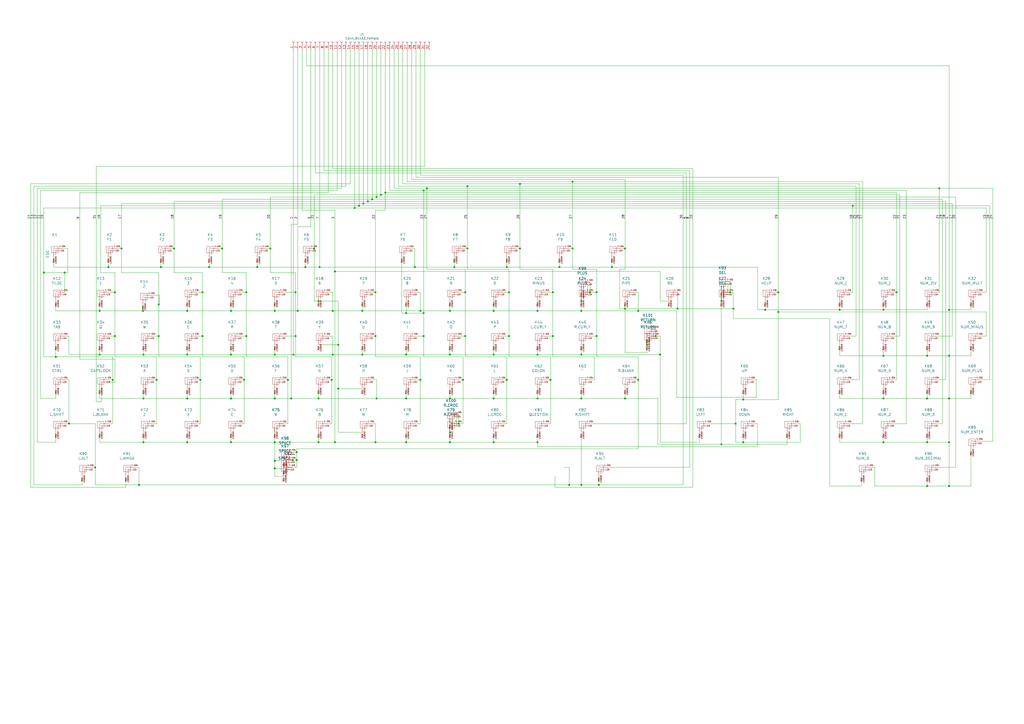
<source format=kicad_sch>
(kicad_sch (version 20230409) (generator eeschema)
  (paper "A2")
  (title_block (title "AMIGA 1200 KEYBOARD") (rev "1") (company "ADAM EBERBACH"))
  (junction (at 235.585 205.74))
  (junction (at 301.625 106.68))
  (junction (at 184.785 231.14))
  (junction (at 235.585 231.14))
  (junction (at 141.605 220.345))
  (junction (at 192.405 220.345))
  (junction (at 70.485 144.145))
  (junction (at 171.45 194.945))
  (junction (at 494.665 119.38))
  (junction (at 167.005 220.345))
  (junction (at 66.675 169.545))
  (junction (at 116.205 220.345))
  (junction (at 537.845 231.14))
  (junction (at 184.785 256.54))
  (junction (at 380.365 194.945))
  (junction (at 537.845 206.375))
  (junction (at 210.82 118.11))
  (junction (at 550.545 231.14))
  (junction (at 425.45 179.07))
  (junction (at 337.185 174.625))
  (junction (at 108.585 205.74))
  (junction (at 311.785 180.34))
  (junction (at 301.625 144.145))
  (junction (at 347.345 281.305))
  (junction (at 271.145 144.145))
  (junction (at 544.83 109.22))
  (junction (at 537.845 281.94))
  (junction (at 172.085 266.827))
  (junction (at 269.875 194.945))
  (junction (at 172.085 262.255))
  (junction (at 451.485 169.545))
  (junction (at 108.585 180.34))
  (junction (at 194.31 256.54))
  (junction (at 168.91 231.14))
  (junction (at 40.005 245.745))
  (junction (at 25.4 158.115))
  (junction (at 550.545 179.705))
  (junction (at 217.805 256.54))
  (junction (at 260.985 256.54))
  (junction (at 193.04 205.74))
  (junction (at 156.845 144.145))
  (junction (at 177.165 154.94))
  (junction (at 55.245 271.145))
  (junction (at 346.075 169.545))
  (junction (at 443.865 179.705))
  (junction (at 193.04 180.34))
  (junction (at 159.385 271.653))
  (junction (at 423.545 169.545))
  (junction (at 337.185 205.74))
  (junction (at 117.475 194.945))
  (junction (at 550.545 206.375))
  (junction (at 243.84 180.34))
  (junction (at 169.799 266.827))
  (junction (at 210.185 180.34))
  (junction (at 247.65 109.22))
  (junction (at 286.385 256.54))
  (junction (at 133.985 180.34))
  (junction (at 346.075 194.945))
  (junction (at 92.075 194.945))
  (junction (at 133.985 205.74))
  (junction (at 512.445 256.54))
  (junction (at 62.865 154.94))
  (junction (at 92.075 176.657))
  (junction (at 286.385 231.14))
  (junction (at 235.585 256.54))
  (junction (at 159.385 231.14))
  (junction (at 142.875 194.945))
  (junction (at 213.36 116.84))
  (junction (at 332.105 105.41))
  (junction (at 208.28 119.38))
  (junction (at 121.285 154.94))
  (junction (at 243.84 220.345))
  (junction (at 90.805 220.345))
  (junction (at 294.005 154.94))
  (junction (at 159.385 256.54))
  (junction (at 354.965 154.94))
  (junction (at 217.805 194.945))
  (junction (at 286.385 180.34))
  (junction (at 426.72 245.745))
  (junction (at 362.585 144.145))
  (junction (at 337.185 281.305))
  (junction (at 108.585 256.54))
  (junction (at 196.215 200.025))
  (junction (at 108.585 231.14))
  (junction (at 418.465 257.81))
  (junction (at 128.905 144.145))
  (junction (at 324.485 154.94))
  (junction (at 117.475 169.545))
  (junction (at 210.185 205.74))
  (junction (at 362.585 179.07))
  (junction (at 57.785 205.74))
  (junction (at 512.445 231.14))
  (junction (at 37.465 158.115))
  (junction (at 220.98 113.03))
  (junction (at 205.74 120.65))
  (junction (at 337.185 180.34))
  (junction (at 269.875 169.545))
  (junction (at 57.785 180.34))
  (junction (at 311.785 205.74))
  (junction (at 170.18 205.74))
  (junction (at 245.745 194.945))
  (junction (at 65.405 220.345))
  (junction (at 260.985 205.74))
  (junction (at 260.985 250.825))
  (junction (at 159.385 205.74))
  (junction (at 218.44 231.14))
  (junction (at 451.485 180.975))
  (junction (at 512.445 206.375))
  (junction (at 196.215 225.425))
  (junction (at 83.185 205.74))
  (junction (at 294.005 220.345))
  (junction (at 268.605 220.345))
  (junction (at 185.42 154.94))
  (junction (at 159.385 180.34))
  (junction (at 311.785 256.54))
  (junction (at 217.805 169.545))
  (junction (at 295.275 194.945))
  (junction (at 320.675 169.545))
  (junction (at 83.185 256.54))
  (junction (at 83.185 231.14))
  (junction (at 520.065 169.545))
  (junction (at 487.045 179.705))
  (junction (at 159.385 267.335))
  (junction (at 382.905 205.74))
  (junction (at 182.245 144.145))
  (junction (at 550.545 281.94))
  (junction (at 330.2 281.305))
  (junction (at 245.745 181.61))
  (junction (at 133.985 256.54))
  (junction (at 550.545 256.54))
  (junction (at 32.385 207.01))
  (junction (at 375.285 200.025))
  (junction (at 260.985 231.14))
  (junction (at 263.525 154.94))
  (junction (at 266.065 245.745))
  (junction (at 342.265 169.545))
  (junction (at 362.585 231.14))
  (junction (at 223.52 111.76))
  (junction (at 93.345 154.94))
  (junction (at 337.185 231.14))
  (junction (at 431.165 231.775))
  (junction (at 100.965 144.145))
  (junction (at 271.145 107.95))
  (junction (at 418.465 174.625))
  (junction (at 171.45 169.545))
  (junction (at 215.9 115.57))
  (junction (at 82.931 180.34))
  (junction (at 66.675 194.945))
  (junction (at 319.405 220.345))
  (junction (at 142.875 169.545))
  (junction (at 172.72 180.34))
  (junction (at 80.645 281.305))
  (junction (at 320.675 194.945))
  (junction (at 370.205 180.34))
  (junction (at 184.785 174.625))
  (junction (at 235.585 181.61))
  (junction (at 240.665 154.94))
  (junction (at 245.745 110.49))
  (junction (at 537.845 256.54))
  (junction (at 512.445 179.705))
  (junction (at 393.065 179.07))
  (junction (at 431.165 256.54))
  (junction (at 370.205 220.345))
  (junction (at 260.985 180.34))
  (junction (at 149.225 154.94))
  (junction (at 133.985 231.14))
  (junction (at 295.275 169.545))
  (junction (at 286.385 205.74))
  (junction (at 332.105 144.145))
  (junction (at 311.785 231.14))
  (junction (at 218.44 114.3))
  (junction (at 194.31 157.48))
  (wire (pts (xy 574.04 119.38) (xy 574.04 220.345)))
  (wire (pts (xy 546.735 115.57) (xy 215.9 115.57)))
  (wire (pts (xy 116.205 220.345) (xy 113.665 220.345)))
  (wire (pts (xy 362.585 179.07) (xy 362.585 174.625)))
  (wire (pts (xy 217.805 207.01) (xy 217.805 194.945)))
  (wire (pts (xy 512.445 206.375) (xy 512.445 200.025)))
  (wire (pts (xy 193.04 180.34) (xy 210.185 180.34)))
  (wire (pts (xy 512.445 179.705) (xy 537.845 179.705)))
  (wire (pts (xy 332.105 144.145) (xy 329.565 144.145)))
  (wire (pts (xy 572.135 194.945) (xy 572.135 180.975)))
  (wire (pts (xy 494.665 169.545) (xy 494.665 119.38)))
  (wire (pts (xy 172.085 266.827) (xy 172.085 262.255)))
  (wire (pts (xy 164.465 245.745) (xy 167.005 245.745)))
  (wire (pts (xy 319.405 245.745) (xy 319.405 220.345)))
  (wire (pts (xy 487.045 250.825) (xy 487.045 256.54)))
  (wire (pts (xy 410.845 245.745) (xy 426.72 245.745)))
  (wire (pts (xy 164.719 267.335) (xy 159.385 267.335)))
  (wire (pts (xy 487.045 225.425) (xy 487.045 231.14)))
  (wire (pts (xy 217.805 121.92) (xy 223.52 121.92)))
  (wire (pts (xy 32.385 231.14) (xy 23.495 231.14)))
  (wire (pts (xy 196.215 225.425) (xy 196.215 200.025)))
  (wire (pts (xy 311.785 205.74) (xy 337.185 205.74)))
  (wire (pts (xy 552.45 118.11) (xy 210.82 118.11)))
  (wire (pts (xy 295.275 207.01) (xy 295.275 194.945)))
  (wire (pts (xy 550.545 231.14) (xy 550.545 256.54)))
  (wire (pts (xy 55.245 281.305) (xy 55.245 271.145)))
  (wire (pts (xy 517.525 194.945) (xy 521.97 194.945)))
  (wire (pts (xy 537.845 179.705) (xy 537.845 174.625)))
  (wire (pts (xy 40.005 220.345) (xy 40.005 245.745)))
  (wire (pts (xy 319.405 220.345) (xy 316.865 220.345)))
  (wire (pts (xy 108.585 205.74) (xy 133.985 205.74)))
  (wire (pts (xy 141.605 245.745) (xy 141.605 220.345)))
  (wire (pts (xy 159.385 271.653) (xy 159.385 276.225)))
  (wire (pts (xy 175.26 29.21) (xy 175.26 121.92)))
  (wire (pts (xy 57.785 231.14) (xy 83.185 231.14)))
  (wire (pts (xy 159.893 271.907) (xy 159.893 271.653)))
  (wire (pts (xy 182.245 144.145) (xy 182.245 174.625)))
  (wire (pts (xy 235.585 250.825) (xy 235.585 256.54)))
  (wire (pts (xy 171.45 169.545) (xy 171.45 194.945)))
  (wire (pts (xy 311.785 200.025) (xy 311.785 205.74)))
  (wire (pts (xy 159.385 231.14) (xy 168.91 231.14)))
  (wire (pts (xy 208.28 119.38) (xy 494.665 119.38)))
  (wire (pts (xy 189.865 169.545) (xy 193.04 169.545)))
  (wire (pts (xy 426.72 245.745) (xy 426.72 256.54)))
  (wire (pts (xy 487.045 200.025) (xy 487.045 206.375)))
  (wire (pts (xy 563.245 206.375) (xy 563.245 200.025)))
  (wire (pts (xy 537.845 231.14) (xy 537.845 225.425)))
  (wire (pts (xy 260.985 256.54) (xy 286.385 256.54)))
  (wire (pts (xy 23.495 110.49) (xy 195.58 110.49)))
  (wire (pts (xy 100.965 144.145) (xy 98.425 144.145)))
  (wire (pts (xy 426.72 231.775) (xy 431.165 231.775)))
  (wire (pts (xy 321.945 282.575) (xy 401.955 282.575)))
  (wire (pts (xy 319.405 220.345) (xy 319.405 207.01)))
  (wire (pts (xy 360.045 144.145) (xy 362.585 144.145)))
  (wire (pts (xy 195.58 110.49) (xy 195.58 29.21)))
  (wire (pts (xy 159.385 276.225) (xy 164.465 276.225)))
  (wire (pts (xy 311.785 259.08) (xy 439.42 259.08)))
  (wire (pts (xy 263.525 154.94) (xy 240.665 154.94)))
  (wire (pts (xy 235.585 225.425) (xy 235.585 231.14)))
  (wire (pts (xy 269.875 169.545) (xy 269.875 194.945)))
  (wire (pts (xy 396.24 101.6) (xy 396.24 281.305)))
  (wire (pts (xy 205.74 120.65) (xy 572.135 120.65)))
  (wire (pts (xy 55.88 96.52) (xy 55.88 233.045)))
  (wire (pts (xy 291.465 245.745) (xy 294.005 245.745)))
  (wire (pts (xy 269.875 169.545) (xy 269.875 156.21)))
  (wire (pts (xy 82.931 180.34) (xy 108.585 180.34)))
  (wire (pts (xy 266.065 245.745) (xy 268.605 245.745)))
  (wire (pts (xy 149.225 154.94) (xy 121.285 154.94)))
  (wire (pts (xy 180.34 131.445) (xy 172.72 131.445)))
  (wire (pts (xy 235.585 200.025) (xy 235.585 205.74)))
  (wire (pts (xy 496.57 194.945) (xy 496.57 107.95)))
  (wire (pts (xy 32.385 180.34) (xy 57.785 180.34)))
  (wire (pts (xy 499.745 281.94) (xy 499.745 276.225)))
  (wire (pts (xy 142.875 169.545) (xy 142.875 158.115)))
  (wire (pts (xy 235.585 256.54) (xy 260.985 256.54)))
  (wire (pts (xy 382.905 205.74) (xy 382.905 194.945)))
  (wire (pts (xy 164.465 169.545) (xy 171.45 169.545)))
  (wire (pts (xy 243.84 169.545) (xy 243.84 180.34)))
  (wire (pts (xy 332.105 156.21) (xy 332.105 144.145)))
  (wire (pts (xy 92.075 158.115) (xy 92.075 176.657)))
  (wire (pts (xy 156.845 158.115) (xy 171.45 158.115)))
  (wire (pts (xy 172.72 130.175) (xy 168.91 130.175)))
  (wire (pts (xy 504.825 271.145) (xy 507.365 271.145)))
  (wire (pts (xy 215.265 220.345) (xy 218.44 220.345)))
  (wire (pts (xy 170.18 29.21) (xy 170.18 205.74)))
  (wire (pts (xy 340.995 164.973) (xy 340.995 170.815)))
  (wire (pts (xy 337.185 200.025) (xy 337.185 205.74)))
  (wire (pts (xy 193.04 169.545) (xy 193.04 180.34)))
  (wire (pts (xy 57.785 225.425) (xy 57.785 231.14)))
  (wire (pts (xy 226.06 110.49) (xy 226.06 29.21)))
  (wire (pts (xy 286.385 225.425) (xy 286.385 231.14)))
  (wire (pts (xy 400.05 99.06) (xy 400.05 271.145)))
  (wire (pts (xy 236.22 105.41) (xy 236.22 29.21)))
  (wire (pts (xy 330.2 281.305) (xy 80.645 281.305)))
  (wire (pts (xy 58.42 119.38) (xy 208.28 119.38)))
  (wire (pts (xy 168.91 130.175) (xy 168.91 231.14)))
  (wire (pts (xy 286.385 231.14) (xy 311.785 231.14)))
  (wire (pts (xy 286.385 256.54) (xy 311.785 256.54)))
  (wire (pts (xy 311.785 256.54) (xy 311.785 250.825)))
  (wire (pts (xy 487.045 256.54) (xy 512.445 256.54)))
  (wire (pts (xy 82.931 176.403) (xy 82.931 180.34)))
  (wire (pts (xy 133.985 200.025) (xy 133.985 205.74)))
  (wire (pts (xy 100.965 116.84) (xy 213.36 116.84)))
  (wire (pts (xy 451.485 231.775) (xy 431.165 231.775)))
  (wire (pts (xy 80.645 281.305) (xy 55.245 281.305)))
  (wire (pts (xy 464.185 256.54) (xy 464.185 245.745)))
  (wire (pts (xy 418.465 257.81) (xy 381.635 257.81)))
  (wire (pts (xy 451.485 169.545) (xy 451.485 102.87)))
  (wire (pts (xy 418.465 174.625) (xy 418.465 257.81)))
  (wire (pts (xy 537.845 281.94) (xy 550.545 281.94)))
  (wire (pts (xy 66.675 207.01) (xy 66.675 194.945)))
  (wire (pts (xy 23.495 231.14) (xy 23.495 110.49)))
  (wire (pts (xy 92.075 207.01) (xy 92.075 194.945)))
  (wire (pts (xy 550.545 231.14) (xy 563.245 231.14)))
  (wire (pts (xy 387.985 174.625) (xy 382.905 174.625)))
  (wire (pts (xy 58.42 158.115) (xy 58.42 119.38)))
  (wire (pts (xy 198.12 109.22) (xy 198.12 29.21)))
  (wire (pts (xy 382.905 256.54) (xy 405.765 256.54)))
  (wire (pts (xy 46.355 208.28) (xy 66.675 208.28)))
  (wire (pts (xy 354.965 154.94) (xy 324.485 154.94)))
  (wire (pts (xy 294.005 220.345) (xy 294.005 207.01)))
  (wire (pts (xy 189.865 245.745) (xy 192.405 245.745)))
  (wire (pts (xy 133.985 256.54) (xy 159.385 256.54)))
  (wire (pts (xy 40.005 194.945) (xy 40.005 205.74)))
  (wire (pts (xy 172.72 131.445) (xy 172.72 180.34)))
  (wire (pts (xy 117.475 207.01) (xy 117.475 194.945)))
  (wire (pts (xy 210.185 174.625) (xy 210.185 180.34)))
  (wire (pts (xy 575.945 109.22) (xy 544.83 109.22)))
  (wire (pts (xy 263.525 149.225) (xy 263.525 154.94)))
  (wire (pts (xy 575.945 255.905) (xy 575.945 109.22)))
  (wire (pts (xy 245.745 207.01) (xy 245.745 194.945)))
  (wire (pts (xy 295.275 156.21) (xy 295.275 169.545)))
  (wire (pts (xy 568.325 255.905) (xy 575.945 255.905)))
  (wire (pts (xy 550.545 206.375) (xy 563.245 206.375)))
  (wire (pts (xy 425.45 179.07) (xy 425.45 184.785)))
  (wire (pts (xy 301.625 156.21) (xy 301.625 144.145)))
  (wire (pts (xy 572.135 180.975) (xy 451.485 180.975)))
  (wire (pts (xy 182.88 100.33) (xy 182.88 29.21)))
  (wire (pts (xy 320.675 194.945) (xy 320.675 169.545)))
  (wire (pts (xy 537.845 231.14) (xy 550.545 231.14)))
  (wire (pts (xy 294.005 207.01) (xy 269.875 207.01)))
  (wire (pts (xy 37.465 194.945) (xy 40.005 194.945)))
  (wire (pts (xy 507.365 281.94) (xy 537.845 281.94)))
  (wire (pts (xy 393.065 179.07) (xy 362.585 179.07)))
  (wire (pts (xy 17.78 282.575) (xy 17.78 106.68)))
  (wire (pts (xy 572.135 120.65) (xy 572.135 169.545)))
  (wire (pts (xy 70.485 144.145) (xy 70.485 158.115)))
  (wire (pts (xy 172.72 180.34) (xy 193.04 180.34)))
  (wire (pts (xy 170.18 205.74) (xy 193.04 205.74)))
  (wire (pts (xy 240.665 154.94) (xy 185.42 154.94)))
  (wire (pts (xy 62.865 149.225) (xy 62.865 154.94)))
  (wire (pts (xy 100.965 144.145) (xy 100.965 116.84)))
  (wire (pts (xy 92.075 194.945) (xy 88.265 194.945)))
  (wire (pts (xy 83.185 256.54) (xy 108.585 256.54)))
  (wire (pts (xy 346.075 169.545) (xy 346.075 156.21)))
  (wire (pts (xy 192.405 220.345) (xy 189.865 220.345)))
  (wire (pts (xy 167.005 220.345) (xy 167.005 207.01)))
  (wire (pts (xy 241.3 102.87) (xy 241.3 29.21)))
  (wire (pts (xy 142.875 169.545) (xy 142.875 194.945)))
  (wire (pts (xy 370.205 180.34) (xy 370.205 169.545)))
  (wire (pts (xy 494.665 119.38) (xy 574.04 119.38)))
  (wire (pts (xy 172.085 262.255) (xy 172.085 260.35)))
  (wire (pts (xy 194.31 157.48) (xy 194.31 256.54)))
  (wire (pts (xy 80.645 271.145) (xy 78.105 271.145)))
  (wire (pts (xy 337.185 281.305) (xy 347.345 281.305)))
  (wire (pts (xy 400.05 271.145) (xy 352.425 271.145)))
  (wire (pts (xy 498.475 220.345) (xy 498.475 106.68)))
  (wire (pts (xy 512.445 256.54) (xy 537.845 256.54)))
  (wire (pts (xy 25.4 158.115) (xy 25.4 207.01)))
  (wire (pts (xy 92.329 176.657) (xy 92.075 176.657)))
  (wire (pts (xy 425.45 184.785) (xy 481.33 184.785)))
  (wire (pts (xy 55.245 271.145) (xy 52.705 271.145)))
  (wire (pts (xy 438.785 220.345) (xy 436.245 220.345)))
  (wire (pts (xy 70.485 144.145) (xy 70.485 118.11)))
  (wire (pts (xy 563.245 174.625) (xy 563.245 179.705)))
  (wire (pts (xy 194.31 256.54) (xy 217.805 256.54)))
  (wire (pts (xy 19.685 281.305) (xy 19.685 107.95)))
  (wire (pts (xy 381.635 257.81) (xy 381.635 231.14)))
  (wire (pts (xy 57.785 180.34) (xy 82.931 180.34)))
  (wire (pts (xy 269.875 194.945) (xy 266.065 194.945)))
  (wire (pts (xy 141.605 207.01) (xy 117.475 207.01)))
  (wire (pts (xy 90.805 220.345) (xy 88.265 220.345)))
  (wire (pts (xy 25.4 120.65) (xy 205.74 120.65)))
  (wire (pts (xy 215.9 115.57) (xy 215.9 29.21)))
  (wire (pts (xy 217.805 169.545) (xy 215.265 169.545)))
  (wire (pts (xy 169.799 266.827) (xy 172.085 266.827)))
  (wire (pts (xy 233.045 181.61) (xy 235.585 181.61)))
  (wire (pts (xy 245.745 181.61) (xy 245.745 110.49)))
  (wire (pts (xy 418.465 168.529) (xy 418.465 174.625)))
  (wire (pts (xy 517.525 245.745) (xy 525.78 245.745)))
  (wire (pts (xy 425.45 169.545) (xy 425.45 179.07)))
  (wire (pts (xy 17.78 106.68) (xy 203.2 106.68)))
  (wire (pts (xy 375.285 195.961) (xy 375.285 200.025)))
  (wire (pts (xy 192.405 220.345) (xy 192.405 207.01)))
  (wire (pts (xy 235.585 181.61) (xy 245.745 181.61)))
  (wire (pts (xy 210.185 180.34) (xy 243.84 180.34)))
  (wire (pts (xy 190.5 111.76) (xy 46.355 111.76)))
  (wire (pts (xy 544.83 169.545) (xy 544.83 109.22)))
  (wire (pts (xy 354.965 149.225) (xy 354.965 154.94)))
  (wire (pts (xy 167.005 245.745) (xy 167.005 220.345)))
  (wire (pts (xy 520.065 169.545) (xy 520.065 220.345)))
  (wire (pts (xy 398.145 100.33) (xy 182.88 100.33)))
  (wire (pts (xy 337.185 231.14) (xy 362.585 231.14)))
  (wire (pts (xy 264.795 241.681) (xy 264.795 247.015)))
  (wire (pts (xy 67.945 144.145) (xy 70.485 144.145)))
  (wire (pts (xy 21.59 109.22) (xy 198.12 109.22)))
  (wire (pts (xy 196.215 200.025) (xy 196.215 174.625)))
  (wire (pts (xy 217.805 194.945) (xy 215.265 194.945)))
  (wire (pts (xy 370.205 220.345) (xy 370.205 207.01)))
  (wire (pts (xy 346.075 207.01) (xy 346.075 194.945)))
  (wire (pts (xy 88.265 245.745) (xy 90.805 245.745)))
  (wire (pts (xy 492.125 169.545) (xy 494.665 169.545)))
  (wire (pts (xy 568.325 220.345) (xy 574.04 220.345)))
  (wire (pts (xy 192.405 207.01) (xy 171.45 207.01)))
  (wire (pts (xy 320.675 194.945) (xy 316.865 194.945)))
  (wire (pts (xy 520.065 111.76) (xy 223.52 111.76)))
  (wire (pts (xy 456.565 257.81) (xy 418.465 257.81)))
  (wire (pts (xy 337.185 205.74) (xy 382.905 205.74)))
  (wire (pts (xy 240.665 169.545) (xy 243.84 169.545)))
  (wire (pts (xy 324.485 154.94) (xy 294.005 154.94)))
  (wire (pts (xy 117.475 194.945) (xy 117.475 169.545)))
  (wire (pts (xy 169.545 271.145) (xy 172.085 271.145)))
  (wire (pts (xy 70.485 118.11) (xy 210.82 118.11)))
  (wire (pts (xy 133.985 231.14) (xy 159.385 231.14)))
  (wire (pts (xy 266.065 169.545) (xy 269.875 169.545)))
  (wire (pts (xy 512.445 256.54) (xy 512.445 250.825)))
  (wire (pts (xy 517.525 169.545) (xy 520.065 169.545)))
  (wire (pts (xy 269.875 156.21) (xy 247.65 156.21)))
  (wire (pts (xy 451.485 169.545) (xy 448.945 169.545)))
  (wire (pts (xy 128.905 158.115) (xy 128.905 144.145)))
  (wire (pts (xy 262.255 244.221) (xy 262.255 249.555)))
  (wire (pts (xy 260.985 231.14) (xy 286.385 231.14)))
  (wire (pts (xy 419.735 167.259) (xy 419.735 173.355)))
  (wire (pts (xy 193.04 194.945) (xy 193.04 205.74)))
  (wire (pts (xy 243.84 207.01) (xy 217.805 207.01)))
  (wire (pts (xy 268.605 245.745) (xy 268.605 220.345)))
  (wire (pts (xy 182.245 113.03) (xy 220.98 113.03)))
  (wire (pts (xy 552.45 194.945) (xy 552.45 118.11)))
  (wire (pts (xy 73.025 282.575) (xy 17.78 282.575)))
  (wire (pts (xy 243.84 220.345) (xy 243.84 207.01)))
  (wire (pts (xy 548.64 220.345) (xy 548.64 116.84)))
  (wire (pts (xy 464.185 245.745) (xy 461.645 245.745)))
  (wire (pts (xy 342.265 163.703) (xy 342.265 169.545)))
  (wire (pts (xy 139.065 169.545) (xy 142.875 169.545)))
  (wire (pts (xy 337.185 250.825) (xy 337.185 281.305)))
  (wire (pts (xy 311.785 231.14) (xy 337.185 231.14)))
  (wire (pts (xy 167.005 220.345) (xy 164.465 220.345)))
  (wire (pts (xy 381.635 231.14) (xy 362.585 231.14)))
  (wire (pts (xy 40.005 205.74) (xy 57.785 205.74)))
  (wire (pts (xy 346.075 194.945) (xy 346.075 169.545)))
  (wire (pts (xy 260.985 174.625) (xy 260.985 180.34)))
  (wire (pts (xy 90.805 207.01) (xy 66.675 207.01)))
  (wire (pts (xy 164.719 271.907) (xy 159.893 271.907)))
  (wire (pts (xy 260.985 245.491) (xy 260.985 250.825)))
  (wire (pts (xy 344.805 220.345) (xy 344.805 207.01)))
  (wire (pts (xy 65.405 220.345) (xy 65.405 207.01)))
  (wire (pts (xy 93.345 149.225) (xy 93.345 154.94)))
  (wire (pts (xy 238.125 144.145) (xy 240.665 144.145)))
  (wire (pts (xy 218.44 220.345) (xy 218.44 231.14)))
  (wire (pts (xy 295.275 194.945) (xy 291.465 194.945)))
  (wire (pts (xy 268.605 220.345) (xy 268.605 207.01)))
  (wire (pts (xy 375.285 200.025) (xy 375.285 204.47)))
  (wire (pts (xy 57.785 205.74) (xy 83.185 205.74)))
  (wire (pts (xy 57.785 205.74) (xy 57.785 200.025)))
  (wire (pts (xy 286.385 250.825) (xy 286.385 256.54)))
  (wire (pts (xy 492.125 220.345) (xy 498.475 220.345)))
  (wire (pts (xy 70.485 158.115) (xy 92.075 158.115)))
  (wire (pts (xy 537.845 256.54) (xy 550.545 256.54)))
  (wire (pts (xy 550.545 281.94) (xy 563.245 281.94)))
  (wire (pts (xy 542.925 220.345) (xy 548.64 220.345)))
  (wire (pts (xy 370.205 260.35) (xy 370.205 220.345)))
  (wire (pts (xy 362.585 144.145) (xy 362.585 104.14)))
  (wire (pts (xy 500.38 105.41) (xy 332.105 105.41)))
  (wire (pts (xy 379.095 192.151) (xy 379.095 196.215)))
  (wire (pts (xy 117.475 194.945) (xy 113.665 194.945)))
  (wire (pts (xy 142.875 158.115) (xy 128.905 158.115)))
  (wire (pts (xy 537.845 256.54) (xy 537.845 250.825)))
  (wire (pts (xy 159.385 256.54) (xy 184.785 256.54)))
  (wire (pts (xy 245.745 181.61) (xy 245.745 194.945)))
  (wire (pts (xy 260.985 225.425) (xy 260.985 231.14)))
  (wire (pts (xy 196.215 174.625) (xy 184.785 174.625)))
  (wire (pts (xy 189.865 194.945) (xy 193.04 194.945)))
  (wire (pts (xy 332.105 144.145) (xy 332.105 105.41)))
  (wire (pts (xy 185.42 29.21) (xy 185.42 154.94)))
  (wire (pts (xy 362.585 104.14) (xy 238.76 104.14)))
  (wire (pts (xy 243.84 29.21) (xy 243.84 101.6)))
  (wire (pts (xy 218.44 231.14) (xy 235.585 231.14)))
  (wire (pts (xy 563.245 179.705) (xy 550.545 179.705)))
  (wire (pts (xy 231.14 107.95) (xy 231.14 29.21)))
  (wire (pts (xy 32.385 256.54) (xy 21.59 256.54)))
  (wire (pts (xy 159.385 174.625) (xy 159.385 180.34)))
  (wire (pts (xy 66.675 169.545) (xy 66.675 194.945)))
  (wire (pts (xy 512.445 231.14) (xy 512.445 225.425)))
  (wire (pts (xy 337.185 225.425) (xy 337.185 231.14)))
  (wire (pts (xy 542.925 194.945) (xy 552.45 194.945)))
  (wire (pts (xy 57.785 250.825) (xy 57.785 256.54)))
  (wire (pts (xy 210.185 200.025) (xy 210.185 205.74)))
  (wire (pts (xy 382.905 157.48) (xy 194.31 157.48)))
  (wire (pts (xy 210.82 118.11) (xy 210.82 29.21)))
  (wire (pts (xy 294.005 220.345) (xy 291.465 220.345)))
  (wire (pts (xy 172.72 29.21) (xy 172.72 130.175)))
  (wire (pts (xy 311.785 225.425) (xy 311.785 231.14)))
  (wire (pts (xy 57.785 256.54) (xy 83.185 256.54)))
  (wire (pts (xy 456.565 250.825) (xy 456.565 257.81)))
  (wire (pts (xy 286.385 205.74) (xy 311.785 205.74)))
  (wire (pts (xy 108.585 180.34) (xy 133.985 180.34)))
  (wire (pts (xy 271.145 144.145) (xy 271.145 156.21)))
  (wire (pts (xy 451.485 102.87) (xy 241.3 102.87)))
  (wire (pts (xy 359.41 156.21) (xy 359.41 179.07)))
  (wire (pts (xy 205.74 120.65) (xy 205.74 29.21)))
  (wire (pts (xy 338.455 167.513) (xy 338.455 173.355)))
  (wire (pts (xy 187.96 29.21) (xy 187.96 99.06)))
  (wire (pts (xy 117.475 158.115) (xy 100.965 158.115)))
  (wire (pts (xy 184.785 200.025) (xy 196.215 200.025)))
  (wire (pts (xy 337.185 174.625) (xy 337.185 180.34)))
  (wire (pts (xy 260.985 180.34) (xy 286.385 180.34)))
  (wire (pts (xy 113.665 245.745) (xy 116.205 245.745)))
  (wire (pts (xy 133.985 174.625) (xy 133.985 180.34)))
  (wire (pts (xy 90.805 245.745) (xy 90.805 220.345)))
  (wire (pts (xy 342.265 220.345) (xy 344.805 220.345)))
  (wire (pts (xy 324.485 149.225) (xy 324.485 154.94)))
  (wire (pts (xy 347.345 281.305) (xy 347.345 276.225)))
  (wire (pts (xy 243.84 180.34) (xy 260.985 180.34)))
  (wire (pts (xy 382.905 194.945) (xy 380.365 194.945)))
  (wire (pts (xy 487.045 206.375) (xy 512.445 206.375)))
  (wire (pts (xy 431.165 256.54) (xy 464.185 256.54)))
  (wire (pts (xy 294.005 149.225) (xy 294.005 154.94)))
  (wire (pts (xy 337.185 180.34) (xy 370.205 180.34)))
  (wire (pts (xy 159.385 256.54) (xy 159.385 267.335)))
  (wire (pts (xy 36.195 144.145) (xy 39.37 144.145)))
  (wire (pts (xy 32.385 174.625) (xy 32.385 180.34)))
  (wire (pts (xy 382.905 205.74) (xy 382.905 256.54)))
  (wire (pts (xy 370.205 207.01) (xy 346.075 207.01)))
  (wire (pts (xy 171.45 158.115) (xy 171.45 169.545)))
  (wire (pts (xy 443.865 179.705) (xy 487.045 179.705)))
  (wire (pts (xy 537.845 206.375) (xy 537.845 200.025)))
  (wire (pts (xy 487.045 231.14) (xy 512.445 231.14)))
  (wire (pts (xy 37.465 169.545) (xy 37.465 158.115)))
  (wire (pts (xy 184.785 256.54) (xy 194.31 256.54)))
  (wire (pts (xy 398.145 245.745) (xy 398.145 100.33)))
  (wire (pts (xy 320.675 156.21) (xy 301.625 156.21)))
  (wire (pts (xy 496.57 107.95) (xy 271.145 107.95)))
  (wire (pts (xy 108.585 231.14) (xy 133.985 231.14)))
  (wire (pts (xy 37.465 245.745) (xy 40.005 245.745)))
  (wire (pts (xy 260.985 200.025) (xy 260.985 205.74)))
  (wire (pts (xy 319.405 207.01) (xy 295.275 207.01)))
  (wire (pts (xy 271.145 107.95) (xy 231.14 107.95)))
  (wire (pts (xy 568.325 194.945) (xy 572.135 194.945)))
  (wire (pts (xy 90.805 220.345) (xy 90.805 207.01)))
  (wire (pts (xy 62.865 169.545) (xy 66.675 169.545)))
  (wire (pts (xy 177.8 38.1) (xy 550.545 38.1)))
  (wire (pts (xy 320.675 169.545) (xy 316.865 169.545)))
  (wire (pts (xy 337.185 168.783) (xy 337.185 174.625)))
  (wire (pts (xy 80.645 281.305) (xy 80.645 271.145)))
  (wire (pts (xy 425.45 179.07) (xy 393.065 179.07)))
  (wire (pts (xy 108.585 256.54) (xy 133.985 256.54)))
  (wire (pts (xy 260.985 205.74) (xy 286.385 205.74)))
  (wire (pts (xy 65.405 245.745) (xy 65.405 220.345)))
  (wire (pts (xy 311.785 180.34) (xy 337.185 180.34)))
  (wire (pts (xy 117.475 169.545) (xy 117.475 158.115)))
  (wire (pts (xy 193.04 205.74) (xy 210.185 205.74)))
  (wire (pts (xy 332.105 105.41) (xy 236.22 105.41)))
  (wire (pts (xy 154.305 144.145) (xy 156.845 144.145)))
  (wire (pts (xy 108.585 200.025) (xy 108.585 205.74)))
  (wire (pts (xy 218.44 114.3) (xy 218.44 29.21)))
  (wire (pts (xy 159.385 180.34) (xy 172.72 180.34)))
  (wire (pts (xy 451.485 180.975) (xy 451.485 169.545)))
  (wire (pts (xy 320.675 207.01) (xy 320.675 194.945)))
  (wire (pts (xy 294.005 245.745) (xy 294.005 220.345)))
  (wire (pts (xy 439.42 179.705) (xy 439.42 154.94)))
  (wire (pts (xy 32.385 250.825) (xy 32.385 256.54)))
  (wire (pts (xy 171.45 194.945) (xy 164.465 194.945)))
  (wire (pts (xy 311.785 256.54) (xy 311.785 259.08)))
  (wire (pts (xy 563.245 281.94) (xy 563.245 260.985)))
  (wire (pts (xy 537.845 206.375) (xy 550.545 206.375)))
  (wire (pts (xy 548.64 116.84) (xy 213.36 116.84)))
  (wire (pts (xy 542.925 271.145) (xy 554.355 271.145)))
  (wire (pts (xy 156.845 114.3) (xy 156.845 144.145)))
  (wire (pts (xy 57.785 174.625) (xy 57.785 180.34)))
  (wire (pts (xy 66.675 158.115) (xy 58.42 158.115)))
  (wire (pts (xy 235.585 174.625) (xy 235.585 181.61)))
  (wire (pts (xy 268.605 220.345) (xy 266.065 220.345)))
  (wire (pts (xy 492.125 194.945) (xy 496.57 194.945)))
  (wire (pts (xy 512.445 206.375) (xy 537.845 206.375)))
  (wire (pts (xy 426.72 245.745) (xy 426.72 231.775)))
  (wire (pts (xy 184.785 225.425) (xy 184.785 231.14)))
  (wire (pts (xy 550.545 256.54) (xy 550.545 281.94)))
  (wire (pts (xy 196.215 250.825) (xy 196.215 225.425)))
  (wire (pts (xy 167.005 207.01) (xy 142.875 207.01)))
  (wire (pts (xy 572.135 169.545) (xy 568.325 169.545)))
  (wire (pts (xy 65.405 207.01) (xy 32.385 207.01)))
  (wire (pts (xy 382.905 174.625) (xy 382.905 157.48)))
  (wire (pts (xy 210.185 225.425) (xy 196.215 225.425)))
  (wire (pts (xy 83.185 231.14) (xy 108.585 231.14)))
  (wire (pts (xy 213.36 116.84) (xy 213.36 29.21)))
  (wire (pts (xy 40.005 245.745) (xy 55.245 245.745)))
  (wire (pts (xy 19.685 107.95) (xy 200.66 107.95)))
  (wire (pts (xy 149.225 149.225) (xy 149.225 154.94)))
  (wire (pts (xy 301.625 144.145) (xy 301.625 106.68)))
  (wire (pts (xy 92.075 176.657) (xy 92.075 194.945)))
  (wire (pts (xy 171.45 207.01) (xy 171.45 194.945)))
  (wire (pts (xy 492.125 245.745) (xy 500.38 245.745)))
  (wire (pts (xy 184.785 231.14) (xy 218.44 231.14)))
  (wire (pts (xy 426.72 256.54) (xy 431.165 256.54)))
  (wire (pts (xy 238.76 104.14) (xy 238.76 29.21)))
  (wire (pts (xy 286.385 200.025) (xy 286.385 205.74)))
  (wire (pts (xy 172.085 271.145) (xy 172.085 266.827)))
  (wire (pts (xy 246.38 29.21) (xy 246.38 96.52)))
  (wire (pts (xy 116.205 245.745) (xy 116.205 220.345)))
  (wire (pts (xy 405.765 256.54) (xy 405.765 250.825)))
  (wire (pts (xy 141.605 220.345) (xy 139.065 220.345)))
  (wire (pts (xy 542.925 245.745) (xy 546.735 245.745)))
  (wire (pts (xy 544.83 109.22) (xy 247.65 109.22)))
  (wire (pts (xy 141.605 220.345) (xy 141.605 207.01)))
  (wire (pts (xy 330.2 281.305) (xy 337.185 281.305)))
  (wire (pts (xy 177.165 154.94) (xy 149.225 154.94)))
  (wire (pts (xy 159.385 205.74) (xy 170.18 205.74)))
  (wire (pts (xy 443.865 174.625) (xy 443.865 179.705)))
  (wire (pts (xy 159.893 271.653) (xy 159.385 271.653)))
  (wire (pts (xy 208.28 119.38) (xy 208.28 29.21)))
  (wire (pts (xy 217.805 245.745) (xy 217.805 256.54)))
  (wire (pts (xy 512.445 174.625) (xy 512.445 179.705)))
  (wire (pts (xy 344.805 207.01) (xy 320.675 207.01)))
  (wire (pts (xy 401.955 282.575) (xy 401.955 97.79)))
  (wire (pts (xy 59.055 233.045) (xy 59.055 224.155)))
  (wire (pts (xy 439.42 154.94) (xy 354.965 154.94)))
  (wire (pts (xy 210.185 205.74) (xy 235.585 205.74)))
  (wire (pts (xy 507.365 271.145) (xy 507.365 281.94)))
  (wire (pts (xy 93.345 154.94) (xy 62.865 154.94)))
  (wire (pts (xy 291.465 169.545) (xy 295.275 169.545)))
  (wire (pts (xy 401.955 97.79) (xy 193.04 97.79)))
  (wire (pts (xy 21.59 256.54) (xy 21.59 109.22)))
  (wire (pts (xy 271.145 144.145) (xy 271.145 107.95)))
  (wire (pts (xy 169.799 262.255) (xy 172.085 262.255)))
  (wire (pts (xy 177.165 149.225) (xy 177.165 154.94)))
  (wire (pts (xy 320.675 169.545) (xy 320.675 156.21)))
  (wire (pts (xy 550.545 38.1) (xy 550.545 179.705)))
  (wire (pts (xy 546.735 245.745) (xy 546.735 115.57)))
  (wire (pts (xy 215.265 245.745) (xy 217.805 245.745)))
  (wire (pts (xy 172.085 260.35) (xy 370.205 260.35)))
  (wire (pts (xy 194.31 121.92) (xy 194.31 157.48)))
  (wire (pts (xy 156.845 114.3) (xy 218.44 114.3)))
  (wire (pts (xy 159.385 225.425) (xy 159.385 231.14)))
  (wire (pts (xy 247.65 109.22) (xy 228.6 109.22)))
  (wire (pts (xy 159.385 250.825) (xy 159.385 256.54)))
  (wire (pts (xy 83.185 250.825) (xy 83.185 256.54)))
  (wire (pts (xy 88.011 171.323) (xy 92.329 171.323)))
  (wire (pts (xy 139.065 245.745) (xy 141.605 245.745)))
  (wire (pts (xy 190.5 29.21) (xy 190.5 111.76)))
  (wire (pts (xy 182.245 144.145) (xy 182.245 113.03)))
  (wire (pts (xy 266.065 240.411) (xy 266.065 245.745)))
  (wire (pts (xy 362.585 204.47) (xy 362.585 179.07)))
  (wire (pts (xy 396.24 281.305) (xy 347.345 281.305)))
  (wire (pts (xy 182.245 174.625) (xy 184.785 174.625)))
  (wire (pts (xy 169.799 266.827) (xy 168.783 266.827)))
  (wire (pts (xy 66.675 194.945) (xy 62.865 194.945)))
  (wire (pts (xy 39.37 158.115) (xy 37.465 158.115)))
  (wire (pts (xy 268.605 207.01) (xy 245.745 207.01)))
  (wire (pts (xy 438.785 230.505) (xy 438.785 220.345)))
  (wire (pts (xy 128.905 115.57) (xy 215.9 115.57)))
  (wire (pts (xy 108.585 174.625) (xy 108.585 180.34)))
  (wire (pts (xy 235.585 205.74) (xy 260.985 205.74)))
  (wire (pts (xy 451.485 180.975) (xy 451.485 231.775)))
  (wire (pts (xy 537.845 281.94) (xy 537.845 276.225)))
  (wire (pts (xy 520.065 169.545) (xy 520.065 111.76)))
  (wire (pts (xy 47.625 276.225) (xy 47.625 281.305)))
  (wire (pts (xy 83.185 200.025) (xy 83.185 205.74)))
  (wire (pts (xy 121.285 149.225) (xy 121.285 154.94)))
  (wire (pts (xy 301.625 144.145) (xy 299.085 144.145)))
  (wire (pts (xy 39.37 144.145) (xy 39.37 158.115)))
  (wire (pts (xy 481.33 281.94) (xy 499.745 281.94)))
  (wire (pts (xy 260.985 250.825) (xy 260.985 256.54)))
  (wire (pts (xy 521.97 194.945) (xy 521.97 113.03)))
  (wire (pts (xy 73.025 276.225) (xy 73.025 282.575)))
  (wire (pts (xy 563.245 231.14) (xy 563.245 225.425)))
  (wire (pts (xy 121.285 154.94) (xy 93.345 154.94)))
  (wire (pts (xy 233.68 106.68) (xy 233.68 29.21)))
  (wire (pts (xy 142.875 194.945) (xy 139.065 194.945)))
  (wire (pts (xy 25.4 158.115) (xy 25.4 120.65)))
  (wire (pts (xy 295.275 169.545) (xy 295.275 194.945)))
  (wire (pts (xy 128.905 144.145) (xy 126.365 144.145)))
  (wire (pts (xy 92.329 171.323) (xy 92.329 176.657)))
  (wire (pts (xy 168.91 231.14) (xy 184.785 231.14)))
  (wire (pts (xy 481.33 184.785) (xy 481.33 281.94)))
  (wire (pts (xy 370.205 169.545) (xy 367.665 169.545)))
  (wire (pts (xy 370.205 220.345) (xy 367.665 220.345)))
  (wire (pts (xy 245.745 194.945) (xy 240.665 194.945)))
  (wire (pts (xy 423.545 169.545) (xy 425.45 169.545)))
  (wire (pts (xy 240.665 144.145) (xy 240.665 154.94)))
  (wire (pts (xy 376.555 194.691) (xy 376.555 198.755)))
  (wire (pts (xy 180.34 29.21) (xy 180.34 131.445)))
  (wire (pts (xy 47.625 281.305) (xy 19.685 281.305)))
  (wire (pts (xy 203.2 106.68) (xy 203.2 29.21)))
  (wire (pts (xy 243.84 101.6) (xy 396.24 101.6)))
  (wire (pts (xy 439.42 259.08) (xy 439.42 245.745)))
  (wire (pts (xy 392.43 230.505) (xy 438.785 230.505)))
  (wire (pts (xy 200.66 107.95) (xy 200.66 29.21)))
  (wire (pts (xy 346.075 169.545) (xy 342.265 169.545)))
  (wire (pts (xy 392.43 180.34) (xy 392.43 230.505)))
  (wire (pts (xy 525.78 245.745) (xy 525.78 110.49)))
  (wire (pts (xy 185.42 154.94) (xy 177.165 154.94)))
  (wire (pts (xy 37.465 220.345) (xy 40.005 220.345)))
  (wire (pts (xy 346.075 156.21) (xy 332.105 156.21)))
  (wire (pts (xy 554.355 114.3) (xy 218.44 114.3)))
  (wire (pts (xy 443.865 179.705) (xy 439.42 179.705)))
  (wire (pts (xy 65.405 220.345) (xy 62.865 220.345)))
  (wire (pts (xy 117.475 169.545) (xy 113.665 169.545)))
  (wire (pts (xy 321.945 276.225) (xy 321.945 282.575)))
  (wire (pts (xy 431.165 256.54) (xy 431.165 250.825)))
  (wire (pts (xy 133.985 180.34) (xy 159.385 180.34)))
  (wire (pts (xy 223.52 111.76) (xy 223.52 29.21)))
  (wire (pts (xy 55.245 245.745) (xy 55.245 271.145)))
  (wire (pts (xy 375.285 204.47) (xy 362.585 204.47)))
  (wire (pts (xy 498.475 106.68) (xy 301.625 106.68)))
  (wire (pts (xy 116.205 207.01) (xy 92.075 207.01)))
  (wire (pts (xy 25.4 207.01) (xy 32.385 207.01)))
  (wire (pts (xy 210.185 250.825) (xy 196.215 250.825)))
  (wire (pts (xy 217.805 256.54) (xy 235.585 256.54)))
  (wire (pts (xy 246.38 96.52) (xy 55.88 96.52)))
  (wire (pts (xy 32.385 207.01) (xy 32.385 200.025)))
  (wire (pts (xy 512.445 231.14) (xy 537.845 231.14)))
  (wire (pts (xy 235.585 231.14) (xy 260.985 231.14)))
  (wire (pts (xy 187.96 99.06) (xy 400.05 99.06)))
  (wire (pts (xy 192.405 245.745) (xy 192.405 220.345)))
  (wire (pts (xy 156.845 144.145) (xy 156.845 158.115)))
  (wire (pts (xy 233.045 149.225) (xy 233.045 181.61)))
  (wire (pts (xy 487.045 179.705) (xy 512.445 179.705)))
  (wire (pts (xy 423.545 163.449) (xy 423.545 169.545)))
  (wire (pts (xy 316.865 245.745) (xy 319.405 245.745)))
  (wire (pts (xy 177.8 29.21) (xy 177.8 38.1)))
  (wire (pts (xy 359.41 179.07) (xy 362.585 179.07)))
  (wire (pts (xy 342.265 245.745) (xy 398.145 245.745)))
  (wire (pts (xy 159.385 200.025) (xy 159.385 205.74)))
  (wire (pts (xy 439.42 245.745) (xy 436.245 245.745)))
  (wire (pts (xy 184.785 250.825) (xy 184.785 256.54)))
  (wire (pts (xy 520.065 220.345) (xy 517.525 220.345)))
  (wire (pts (xy 301.625 106.68) (xy 233.68 106.68)))
  (wire (pts (xy 243.84 220.345) (xy 240.665 220.345)))
  (wire (pts (xy 100.965 158.115) (xy 100.965 144.145)))
  (wire (pts (xy 240.665 245.745) (xy 243.84 245.745)))
  (wire (pts (xy 108.585 225.425) (xy 108.585 231.14)))
  (wire (pts (xy 66.675 208.28) (xy 66.675 221.615)))
  (wire (pts (xy 271.145 156.21) (xy 295.275 156.21)))
  (wire (pts (xy 330.2 271.145) (xy 330.2 281.305)))
  (wire (pts (xy 550.545 179.705) (xy 550.545 206.375)))
  (wire (pts (xy 37.465 158.115) (xy 25.4 158.115)))
  (wire (pts (xy 327.025 271.145) (xy 330.2 271.145)))
  (wire (pts (xy 245.745 110.49) (xy 226.06 110.49)))
  (wire (pts (xy 159.385 267.335) (xy 159.385 271.653)))
  (wire (pts (xy 346.075 194.945) (xy 342.265 194.945)))
  (wire (pts (xy 108.585 250.825) (xy 108.585 256.54)))
  (wire (pts (xy 62.865 154.94) (xy 31.115 154.94)))
  (wire (pts (xy 217.805 194.945) (xy 217.805 169.545)))
  (wire (pts (xy 247.65 156.21) (xy 247.65 109.22)))
  (wire (pts (xy 46.355 111.76) (xy 46.355 208.28)))
  (wire (pts (xy 554.355 271.145) (xy 554.355 114.3)))
  (wire (pts (xy 228.6 109.22) (xy 228.6 29.21)))
  (wire (pts (xy 431.165 231.775) (xy 431.165 225.425)))
  (wire (pts (xy 133.985 205.74) (xy 159.385 205.74)))
  (wire (pts (xy 525.78 110.49) (xy 245.745 110.49)))
  (wire (pts (xy 223.52 121.92) (xy 223.52 111.76)))
  (wire (pts (xy 269.875 207.01) (xy 269.875 194.945)))
  (wire (pts (xy 521.97 113.03) (xy 220.98 113.03)))
  (wire (pts (xy 487.045 174.625) (xy 487.045 179.705)))
  (wire (pts (xy 142.875 207.01) (xy 142.875 194.945)))
  (wire (pts (xy 217.805 169.545) (xy 217.805 121.92)))
  (wire (pts (xy 83.185 205.74) (xy 108.585 205.74)))
  (wire (pts (xy 422.275 164.719) (xy 422.275 170.815)))
  (wire (pts (xy 83.185 231.14) (xy 83.185 225.425)))
  (wire (pts (xy 66.675 169.545) (xy 66.675 158.115)))
  (wire (pts (xy 62.865 245.745) (xy 65.405 245.745)))
  (wire (pts (xy 32.385 225.425) (xy 32.385 231.14)))
  (wire (pts (xy 286.385 180.34) (xy 311.785 180.34)))
  (wire (pts (xy 193.04 97.79) (xy 193.04 29.21)))
  (wire (pts (xy 55.88 233.045) (xy 59.055 233.045)))
  (wire (pts (xy 128.905 144.145) (xy 128.905 115.57)))
  (wire (pts (xy 133.985 250.825) (xy 133.985 256.54)))
  (wire (pts (xy 500.38 245.745) (xy 500.38 105.41)))
  (wire (pts (xy 362.585 156.21) (xy 359.41 156.21)))
  (wire (pts (xy 311.785 174.625) (xy 311.785 180.34)))
  (wire (pts (xy 133.985 225.425) (xy 133.985 231.14)))
  (wire (pts (xy 268.605 144.145) (xy 271.145 144.145)))
  (wire (pts (xy 31.115 154.94) (xy 31.115 149.225)))
  (wire (pts (xy 542.925 169.545) (xy 544.83 169.545)))
  (wire (pts (xy 66.675 221.615) (xy 61.595 221.615)))
  (wire (pts (xy 286.385 174.625) (xy 286.385 180.34)))
  (wire (pts (xy 220.98 113.03) (xy 220.98 29.21)))
  (wire (pts (xy 294.005 154.94) (xy 263.525 154.94)))
  (wire (pts (xy 362.585 144.145) (xy 362.585 156.21)))
  (wire (pts (xy 370.205 180.34) (xy 392.43 180.34)))
  (wire (pts (xy 175.26 121.92) (xy 194.31 121.92)))
  (wire (pts (xy 393.065 169.545) (xy 393.065 179.07)))
  (wire (pts (xy 550.545 231.14) (xy 550.545 206.375)))
  (wire (pts (xy 243.84 245.745) (xy 243.84 220.345)))
  (wire (pts (xy 380.365 190.881) (xy 380.365 194.945)))
  (wire (pts (xy 116.205 220.345) (xy 116.205 207.01)))
  (wire (pts (xy 362.585 231.14) (xy 362.585 225.425)))
  (label "30" (at 396.24 127 90))
  (label "19" (at 128.905 127 90))
  (label "25" (at 271.145 127 90))
  (label "23" (at 525.78 127 90))
  (label "12" (at 21.59 127 90))
  (label "15" (at 25.4 127 90))
  (label "26" (at 301.625 127 90))
  (label "26" (at 498.475 127 90))
  (label "25" (at 496.57 127 90))
  (label "20" (at 156.845 127 90))
  (label "16" (at 58.42 127 90))
  (label "23" (at 245.745 127 90))
  (label "28" (at 362.585 127 90))
  (label "29" (at 451.485 127 90))
  (label "24" (at 575.945 127 90))
  (label "2" (at 172.72 127 90))
  (label "27" (at 500.38 127 90))
  (label "9" (at 46.355 127 90))
  (label "21" (at 521.97 127 90))
  (label "3" (at 194.31 127 90))
  (label "16" (at 494.665 127 90))
  (label "11" (at 23.495 127 90))
  (label "22" (at 520.065 127 90))
  (label "31" (at 55.88 127 90))
  (label "15" (at 572.135 127 90))
  (label "17" (at 70.485 127 90))
  (label "16" (at 574.04 127 90))
  (label "22" (at 217.805 127 90))
  (label "20" (at 554.355 127 90))
  (label "1" (at 170.18 127 90))
  (label "4" (at 550.545 127 90))
  (label "18" (at 548.64 127 90))
  (label "19" (at 546.735 127 90))
  (label "13" (at 19.685 127 90))
  (label "18" (at 100.965 127 90))
  (label "17" (at 552.45 127 90))
  (label "8" (at 400.05 127 90))
  (label "7" (at 185.42 127 90))
  (label "14" (at 17.78 127 90))
  (label "6" (at 398.145 127 90))
  (label "24" (at 247.65 127 90))
  (label "10" (at 401.955 127 90))
  (label "27" (at 332.105 127 90))
  (label "21" (at 182.245 127 90))
  (label "5" (at 180.34 127 90))
  (label "24" (at 544.83 127 90))
  (symbol (lib_id "A1200KB-rescue:MX-1U-MX_Alps_Hybrids-A1200KB-rescue") (at 31.75 144.78 0) (unit 1)
    (property "Reference" "K1" (at 31.75 136.1694 0) (effects (font (size 1.524 1.524))))
    (property "Value" "ESC" (at 27.5336 147.32 90) (effects (font (size 1.524 1.524))))
    (property "Footprint" "Switch_Alps_Only:BIG_ALPS-1U" (effects hide))
  )
  (symbol (lib_id "A1200KB-rescue:MX-1.25U-MX_Alps_Hybrids-A1200KB-rescue") (at 63.5 144.78 0) (unit 1)
    (property "Reference" "K2" (at 63.5 136.1694 0) (effects (font (size 1.524 1.524))))
    (property "Value" "F1" (at 63.5 138.8618 0) (effects (font (size 1.524 1.524))))
    (property "Footprint" "Switch_Alps_Only:BIG_ALPS-1.25U" (effects hide))
  )
  (symbol (lib_id "A1200KB-rescue:MX-1.25U-MX_Alps_Hybrids-A1200KB-rescue") (at 93.98 144.78 0) (unit 1)
    (property "Reference" "K3" (at 93.98 136.1694 0) (effects (font (size 1.524 1.524))))
    (property "Value" "F2" (at 93.98 138.8618 0) (effects (font (size 1.524 1.524))))
    (property "Footprint" "Switch_Alps_Only:BIG_ALPS-1.25U" (effects hide))
  )
  (symbol (lib_id "A1200KB-rescue:MX-1.25U-MX_Alps_Hybrids-A1200KB-rescue") (at 121.92 144.78 0) (unit 1)
    (property "Reference" "K4" (at 121.92 136.1694 0) (effects (font (size 1.524 1.524))))
    (property "Value" "F3" (at 121.92 138.8618 0) (effects (font (size 1.524 1.524))))
    (property "Footprint" "Switch_Alps_Only:BIG_ALPS-1.25U" (effects hide))
  )
  (symbol (lib_id "A1200KB-rescue:MX-1.25U-MX_Alps_Hybrids-A1200KB-rescue") (at 149.86 144.78 0) (unit 1)
    (property "Reference" "K5" (at 149.86 136.1694 0) (effects (font (size 1.524 1.524))))
    (property "Value" "F4" (at 149.86 138.8618 0) (effects (font (size 1.524 1.524))))
    (property "Footprint" "Switch_Alps_Only:BIG_ALPS-1.25U" (effects hide))
  )
  (symbol (lib_id "A1200KB-rescue:MX-1.25U-MX_Alps_Hybrids-A1200KB-rescue") (at 177.8 144.78 0) (unit 1)
    (property "Reference" "K6" (at 177.8 136.1694 0) (effects (font (size 1.524 1.524))))
    (property "Value" "F5" (at 177.8 138.8618 0) (effects (font (size 1.524 1.524))))
    (property "Footprint" "Switch_Alps_Only:BIG_ALPS-1.25U" (effects hide))
  )
  (symbol (lib_id "A1200KB-rescue:MX-1.25U-MX_Alps_Hybrids-A1200KB-rescue") (at 233.68 144.78 0) (unit 1)
    (property "Reference" "K7" (at 233.68 136.1694 0) (effects (font (size 1.524 1.524))))
    (property "Value" "F6" (at 233.68 138.8618 0) (effects (font (size 1.524 1.524))))
    (property "Footprint" "Switch_Alps_Only:BIG_ALPS-1.25U" (effects hide))
  )
  (symbol (lib_id "A1200KB-rescue:MX-1.25U-MX_Alps_Hybrids-A1200KB-rescue") (at 264.16 144.78 0) (unit 1)
    (property "Reference" "K8" (at 264.16 136.1694 0) (effects (font (size 1.524 1.524))))
    (property "Value" "F7" (at 264.16 138.8618 0) (effects (font (size 1.524 1.524))))
    (property "Footprint" "Switch_Alps_Only:BIG_ALPS-1.25U" (effects hide))
  )
  (symbol (lib_id "A1200KB-rescue:MX-1.25U-MX_Alps_Hybrids-A1200KB-rescue") (at 294.64 144.78 0) (unit 1)
    (property "Reference" "K9" (at 294.64 136.1694 0) (effects (font (size 1.524 1.524))))
    (property "Value" "F8" (at 294.64 138.8618 0) (effects (font (size 1.524 1.524))))
    (property "Footprint" "Switch_Alps_Only:BIG_ALPS-1.25U" (effects hide))
  )
  (symbol (lib_id "A1200KB-rescue:MX-1.25U-MX_Alps_Hybrids-A1200KB-rescue") (at 325.12 144.78 0) (unit 1)
    (property "Reference" "K10" (at 325.12 136.1694 0) (effects (font (size 1.524 1.524))))
    (property "Value" "F9" (at 325.12 138.8618 0) (effects (font (size 1.524 1.524))))
    (property "Footprint" "Switch_Alps_Only:BIG_ALPS-1.25U" (effects hide))
  )
  (symbol (lib_id "A1200KB-rescue:MX-1.25U-MX_Alps_Hybrids-A1200KB-rescue") (at 355.6 144.78 0) (unit 1)
    (property "Reference" "K11" (at 355.6 136.1694 0) (effects (font (size 1.524 1.524))))
    (property "Value" "F10" (at 355.6 138.8618 0) (effects (font (size 1.524 1.524))))
    (property "Footprint" "Switch_Alps_Only:BIG_ALPS-1.25U" (effects hide))
  )
  (symbol (lib_id "A1200KB-rescue:MX-1.5U-MX_Alps_Hybrids-A1200KB-rescue") (at 444.5 170.18 0) (unit 1)
    (property "Reference" "K28" (at 444.5 161.5694 0) (effects (font (size 1.524 1.524))))
    (property "Value" "HELP" (at 444.5 164.2618 0) (effects (font (size 1.524 1.524))))
    (property "Footprint" "Switch_Alps_Only:BIG_ALPS-1U" (effects hide))
  )
  (symbol (lib_id "A1200KB-rescue:MX-2.75U-MX_Alps_Hybrids-A1200KB-rescue") (at 337.82 246.38 0) (unit 1)
    (property "Reference" "K82" (at 337.82 237.7694 0) (effects (font (size 1.524 1.524))))
    (property "Value" "R.SHIFT" (at 337.82 240.4618 0) (effects (font (size 1.524 1.524))))
    (property "Footprint" "Switch_Alps_Only:BIG_ALPS-2U" (effects hide))
  )
  (symbol (lib_id "A1200KB-rescue:MX-1.5U-MX_Alps_Hybrids-A1200KB-rescue") (at 33.02 170.18 0) (unit 1)
    (property "Reference" "K12" (at 33.02 161.5694 0) (effects (font (size 1.524 1.524))))
    (property "Value" "TILDE" (at 33.02 164.2618 0) (effects (font (size 1.524 1.524))))
    (property "Footprint" "Switch_Alps_Only:BIG_ALPS-1.25U" (effects hide))
  )
  (symbol (lib_id "A1200KB-rescue:MX-1U-MX_Alps_Hybrids-A1200KB-rescue") (at 58.42 170.18 0) (unit 1)
    (property "Reference" "K13" (at 58.42 161.5694 0) (effects (font (size 1.524 1.524))))
    (property "Value" "1" (at 58.42 164.2618 0) (effects (font (size 1.524 1.524))))
    (property "Footprint" "Switch_Alps_Only:BIG_ALPS-1U" (effects hide))
  )
  (symbol (lib_id "A1200KB-rescue:MX-1U-MX_Alps_Hybrids-A1200KB-rescue") (at 83.566 171.958 0) (unit 1)
    (property "Reference" "K14" (at 83.566 163.3474 0) (effects (font (size 1.524 1.524))))
    (property "Value" "2" (at 83.566 166.0398 0) (effects (font (size 1.524 1.524))))
    (property "Footprint" "Switch_Alps_Only:BIG_ALPS-1U" (effects hide))
  )
  (symbol (lib_id "A1200KB-rescue:MX-1U-MX_Alps_Hybrids-A1200KB-rescue") (at 109.22 170.18 0) (unit 1)
    (property "Reference" "K15" (at 109.22 161.5694 0) (effects (font (size 1.524 1.524))))
    (property "Value" "3" (at 109.22 164.2618 0) (effects (font (size 1.524 1.524))))
    (property "Footprint" "Switch_Alps_Only:BIG_ALPS-1U" (effects hide))
  )
  (symbol (lib_id "A1200KB-rescue:MX-1U-MX_Alps_Hybrids-A1200KB-rescue") (at 134.62 170.18 0) (unit 1)
    (property "Reference" "K16" (at 134.62 161.5694 0) (effects (font (size 1.524 1.524))))
    (property "Value" "4" (at 134.62 164.2618 0) (effects (font (size 1.524 1.524))))
    (property "Footprint" "Switch_Alps_Only:BIG_ALPS-1U" (effects hide))
  )
  (symbol (lib_id "A1200KB-rescue:MX-1U-MX_Alps_Hybrids-A1200KB-rescue") (at 160.02 170.18 0) (unit 1)
    (property "Reference" "K17" (at 160.02 161.5694 0) (effects (font (size 1.524 1.524))))
    (property "Value" "5" (at 160.02 164.2618 0) (effects (font (size 1.524 1.524))))
    (property "Footprint" "Switch_Alps_Only:BIG_ALPS-1U" (effects hide))
  )
  (symbol (lib_id "A1200KB-rescue:MX-1U-MX_Alps_Hybrids-A1200KB-rescue") (at 185.42 170.18 0) (unit 1)
    (property "Reference" "K18" (at 185.42 161.5694 0) (effects (font (size 1.524 1.524))))
    (property "Value" "6" (at 185.42 164.2618 0) (effects (font (size 1.524 1.524))))
    (property "Footprint" "Switch_Alps_Only:BIG_ALPS-1U" (effects hide))
  )
  (symbol (lib_id "A1200KB-rescue:MX-1U-MX_Alps_Hybrids-A1200KB-rescue") (at 210.82 170.18 0) (unit 1)
    (property "Reference" "K19" (at 210.82 161.5694 0) (effects (font (size 1.524 1.524))))
    (property "Value" "7" (at 210.82 164.2618 0) (effects (font (size 1.524 1.524))))
    (property "Footprint" "Switch_Alps_Only:BIG_ALPS-1U" (effects hide))
  )
  (symbol (lib_id "A1200KB-rescue:MX-1U-MX_Alps_Hybrids-A1200KB-rescue") (at 236.22 170.18 0) (unit 1)
    (property "Reference" "K20" (at 236.22 161.5694 0) (effects (font (size 1.524 1.524))))
    (property "Value" "8" (at 236.22 164.2618 0) (effects (font (size 1.524 1.524))))
    (property "Footprint" "Switch_Alps_Only:BIG_ALPS-1U" (effects hide))
  )
  (symbol (lib_id "A1200KB-rescue:MX-1U-MX_Alps_Hybrids-A1200KB-rescue") (at 261.62 170.18 0) (unit 1)
    (property "Reference" "K21" (at 261.62 161.5694 0) (effects (font (size 1.524 1.524))))
    (property "Value" "9" (at 261.62 164.2618 0) (effects (font (size 1.524 1.524))))
    (property "Footprint" "Switch_Alps_Only:BIG_ALPS-1U" (effects hide))
  )
  (symbol (lib_id "A1200KB-rescue:MX-1U-MX_Alps_Hybrids-A1200KB-rescue") (at 287.02 170.18 0) (unit 1)
    (property "Reference" "K22" (at 287.02 161.5694 0) (effects (font (size 1.524 1.524))))
    (property "Value" "0" (at 287.02 164.2618 0) (effects (font (size 1.524 1.524))))
    (property "Footprint" "Switch_Alps_Only:BIG_ALPS-1U" (effects hide))
  )
  (symbol (lib_id "A1200KB-rescue:MX-1U-MX_Alps_Hybrids-A1200KB-rescue") (at 312.42 170.18 0) (unit 1)
    (property "Reference" "K23" (at 312.42 161.5694 0) (effects (font (size 1.524 1.524))))
    (property "Value" "MINUS" (at 312.42 164.2618 0) (effects (font (size 1.524 1.524))))
    (property "Footprint" "Switch_Alps_Only:BIG_ALPS-1U" (effects hide))
  )
  (symbol (lib_id "A1200KB-rescue:MX-1U-MX_Alps_Hybrids-A1200KB-rescue") (at 337.82 170.18 0) (unit 1)
    (property "Reference" "K24" (at 337.82 161.5694 0) (effects (font (size 1.524 1.524))))
    (property "Value" "PLUS" (at 337.82 164.2618 0) (effects (font (size 1.524 1.524))))
    (property "Footprint" "Switch_Alps_Only:BIG_ALPS-1U" (effects hide))
  )
  (symbol (lib_id "A1200KB-rescue:MX-1U-MX_Alps_Hybrids-A1200KB-rescue") (at 363.22 170.18 0) (unit 1)
    (property "Reference" "K25" (at 363.22 161.5694 0) (effects (font (size 1.524 1.524))))
    (property "Value" "PIPE" (at 363.22 164.2618 0) (effects (font (size 1.524 1.524))))
    (property "Footprint" "Switch_Alps_Only:BIG_ALPS-1U" (effects hide))
  )
  (symbol (lib_id "A1200KB-rescue:MX-1U-MX_Alps_Hybrids-A1200KB-rescue") (at 431.8 220.98 0) (unit 1)
    (property "Reference" "K65" (at 431.8 212.3694 0) (effects (font (size 1.524 1.524))))
    (property "Value" "UP" (at 431.8 215.0618 0) (effects (font (size 1.524 1.524))))
    (property "Footprint" "Switch_Alps_Only:BIG_ALPS-1U" (effects hide))
  )
  (symbol (lib_id "A1200KB-rescue:MX-1.25U-MX_Alps_Hybrids-A1200KB-rescue") (at 347.98 271.78 0) (unit 1)
    (property "Reference" "K94" (at 347.98 263.1694 0) (effects (font (size 1.524 1.524))))
    (property "Value" "R.ALT" (at 347.98 265.8618 0) (effects (font (size 1.524 1.524))))
    (property "Footprint" "Switch_Alps_Only:BIG_ALPS-1U" (effects hide))
  )
  (symbol (lib_id "A1200KB-rescue:MX-2U-MX_Alps_Hybrids-A1200KB-rescue") (at 33.02 195.58 0) (unit 1)
    (property "Reference" "K33" (at 33.02 186.9694 0) (effects (font (size 1.524 1.524))))
    (property "Value" "TAB" (at 33.02 189.6618 0) (effects (font (size 1.524 1.524))))
    (property "Footprint" "Switch_Alps_Only:BIG_ALPS-1.75U" (effects hide))
  )
  (symbol (lib_id "A1200KB-rescue:MX-1U-MX_Alps_Hybrids-A1200KB-rescue") (at 58.42 195.58 0) (unit 1)
    (property "Reference" "K34" (at 58.42 186.9694 0) (effects (font (size 1.524 1.524))))
    (property "Value" "Q" (at 58.42 189.6618 0) (effects (font (size 1.524 1.524))))
    (property "Footprint" "Switch_Alps_Only:BIG_ALPS-1U" (effects hide))
  )
  (symbol (lib_id "A1200KB-rescue:MX-1U-MX_Alps_Hybrids-A1200KB-rescue") (at 83.82 195.58 0) (unit 1)
    (property "Reference" "K35" (at 83.82 186.9694 0) (effects (font (size 1.524 1.524))))
    (property "Value" "W" (at 83.82 189.6618 0) (effects (font (size 1.524 1.524))))
    (property "Footprint" "Switch_Alps_Only:BIG_ALPS-1U" (effects hide))
  )
  (symbol (lib_id "A1200KB-rescue:MX-1U-MX_Alps_Hybrids-A1200KB-rescue") (at 109.22 195.58 0) (unit 1)
    (property "Reference" "K36" (at 109.22 186.9694 0) (effects (font (size 1.524 1.524))))
    (property "Value" "E" (at 109.22 189.6618 0) (effects (font (size 1.524 1.524))))
    (property "Footprint" "Switch_Alps_Only:BIG_ALPS-1U" (effects hide))
  )
  (symbol (lib_id "A1200KB-rescue:MX-1U-MX_Alps_Hybrids-A1200KB-rescue") (at 134.62 195.58 0) (unit 1)
    (property "Reference" "K37" (at 134.62 186.9694 0) (effects (font (size 1.524 1.524))))
    (property "Value" "R" (at 134.62 189.6618 0) (effects (font (size 1.524 1.524))))
    (property "Footprint" "Switch_Alps_Only:BIG_ALPS-1U" (effects hide))
  )
  (symbol (lib_id "A1200KB-rescue:MX-1U-MX_Alps_Hybrids-A1200KB-rescue") (at 160.02 195.58 0) (unit 1)
    (property "Reference" "K38" (at 160.02 186.9694 0) (effects (font (size 1.524 1.524))))
    (property "Value" "T" (at 160.02 189.6618 0) (effects (font (size 1.524 1.524))))
    (property "Footprint" "Switch_Alps_Only:BIG_ALPS-1U" (effects hide))
  )
  (symbol (lib_id "A1200KB-rescue:MX-1U-MX_Alps_Hybrids-A1200KB-rescue") (at 185.42 195.58 0) (unit 1)
    (property "Reference" "K39" (at 185.42 186.9694 0) (effects (font (size 1.524 1.524))))
    (property "Value" "Y" (at 185.42 189.6618 0) (effects (font (size 1.524 1.524))))
    (property "Footprint" "Switch_Alps_Only:BIG_ALPS-1U" (effects hide))
  )
  (symbol (lib_id "A1200KB-rescue:MX-1U-MX_Alps_Hybrids-A1200KB-rescue") (at 210.82 195.58 0) (unit 1)
    (property "Reference" "K40" (at 210.82 186.9694 0) (effects (font (size 1.524 1.524))))
    (property "Value" "U" (at 210.82 189.6618 0) (effects (font (size 1.524 1.524))))
    (property "Footprint" "Switch_Alps_Only:BIG_ALPS-1U" (effects hide))
  )
  (symbol (lib_id "A1200KB-rescue:MX-1U-MX_Alps_Hybrids-A1200KB-rescue") (at 236.22 195.58 0) (unit 1)
    (property "Reference" "K41" (at 236.22 186.9694 0) (effects (font (size 1.524 1.524))))
    (property "Value" "I" (at 236.22 189.6618 0) (effects (font (size 1.524 1.524))))
    (property "Footprint" "Switch_Alps_Only:BIG_ALPS-1U" (effects hide))
  )
  (symbol (lib_id "A1200KB-rescue:MX-1U-MX_Alps_Hybrids-A1200KB-rescue") (at 261.62 195.58 0) (unit 1)
    (property "Reference" "K42" (at 261.62 186.9694 0) (effects (font (size 1.524 1.524))))
    (property "Value" "O" (at 261.62 189.6618 0) (effects (font (size 1.524 1.524))))
    (property "Footprint" "Switch_Alps_Only:BIG_ALPS-1U" (effects hide))
  )
  (symbol (lib_id "A1200KB-rescue:MX-1U-MX_Alps_Hybrids-A1200KB-rescue") (at 287.02 195.58 0) (unit 1)
    (property "Reference" "K43" (at 287.02 186.9694 0) (effects (font (size 1.524 1.524))))
    (property "Value" "P" (at 287.02 189.6618 0) (effects (font (size 1.524 1.524))))
    (property "Footprint" "Switch_Alps_Only:BIG_ALPS-1U" (effects hide))
  )
  (symbol (lib_id "A1200KB-rescue:MX-1U-MX_Alps_Hybrids-A1200KB-rescue") (at 312.42 195.58 0) (unit 1)
    (property "Reference" "K44" (at 312.42 186.9694 0) (effects (font (size 1.524 1.524))))
    (property "Value" "L.CURLY" (at 312.42 189.6618 0) (effects (font (size 1.524 1.524))))
    (property "Footprint" "Switch_Alps_Only:BIG_ALPS-1U" (effects hide))
  )
  (symbol (lib_id "A1200KB-rescue:MX-1U-MX_Alps_Hybrids-A1200KB-rescue") (at 337.82 195.58 0) (unit 1)
    (property "Reference" "K45" (at 337.82 186.9694 0) (effects (font (size 1.524 1.524))))
    (property "Value" "R.CURLY" (at 337.82 189.6618 0) (effects (font (size 1.524 1.524))))
    (property "Footprint" "Switch_Alps_Only:BIG_ALPS-1U" (effects hide))
  )
  (symbol (lib_id "A1200KB-rescue:MX-ISO-MX_Alps_Hybrids-A1200KB-rescue") (at 375.92 195.58 0) (unit 1)
    (property "Reference" "K46" (at 375.92 186.9694 0) (effects (font (size 1.524 1.524))))
    (property "Value" "RETURN" (at 375.92 189.6618 0) (effects (font (size 1.524 1.524))))
    (property "Footprint" "Switch_Alps_Only:BIG_ALPS-1U" (effects hide))
  )
  (symbol (lib_id "A1200KB-rescue:MX-1U-MX_Alps_Hybrids-A1200KB-rescue") (at 406.4 246.38 0) (unit 1)
    (property "Reference" "K83" (at 406.4 237.7694 0) (effects (font (size 1.524 1.524))))
    (property "Value" "LEFT" (at 406.4 240.4618 0) (effects (font (size 1.524 1.524))))
    (property "Footprint" "Switch_Alps_Only:BIG_ALPS-1U" (effects hide))
  )
  (symbol (lib_id "A1200KB-rescue:MX-1U-MX_Alps_Hybrids-A1200KB-rescue") (at 58.42 220.98 0) (unit 1)
    (property "Reference" "K52" (at 58.42 212.3694 0) (effects (font (size 1.524 1.524))))
    (property "Value" "CAPSLOCK" (at 58.42 215.0618 0) (effects (font (size 1.524 1.524))))
    (property "Footprint" "Switch_Alps_Only:BIG_ALPS-1U" (effects hide))
  )
  (symbol (lib_id "A1200KB-rescue:MX-1U-MX_Alps_Hybrids-A1200KB-rescue") (at 83.82 220.98 0) (unit 1)
    (property "Reference" "K53" (at 83.82 212.3694 0) (effects (font (size 1.524 1.524))))
    (property "Value" "A" (at 83.82 215.0618 0) (effects (font (size 1.524 1.524))))
    (property "Footprint" "Switch_Alps_Only:BIG_ALPS-1U" (effects hide))
  )
  (symbol (lib_id "A1200KB-rescue:MX-1U-MX_Alps_Hybrids-A1200KB-rescue") (at 109.22 220.98 0) (unit 1)
    (property "Reference" "K54" (at 109.22 212.3694 0) (effects (font (size 1.524 1.524))))
    (property "Value" "S" (at 109.22 215.0618 0) (effects (font (size 1.524 1.524))))
    (property "Footprint" "Switch_Alps_Only:BIG_ALPS-1U" (effects hide))
  )
  (symbol (lib_id "A1200KB-rescue:MX-1U-MX_Alps_Hybrids-A1200KB-rescue") (at 134.62 220.98 0) (unit 1)
    (property "Reference" "K55" (at 134.62 212.3694 0) (effects (font (size 1.524 1.524))))
    (property "Value" "D" (at 134.62 215.0618 0) (effects (font (size 1.524 1.524))))
    (property "Footprint" "Switch_Alps_Only:BIG_ALPS-1U" (effects hide))
  )
  (symbol (lib_id "A1200KB-rescue:MX-1U-MX_Alps_Hybrids-A1200KB-rescue") (at 160.02 220.98 0) (unit 1)
    (property "Reference" "K56" (at 160.02 212.3694 0) (effects (font (size 1.524 1.524))))
    (property "Value" "F" (at 160.02 215.0618 0) (effects (font (size 1.524 1.524))))
    (property "Footprint" "Switch_Alps_Only:BIG_ALPS-1U" (effects hide))
  )
  (symbol (lib_id "A1200KB-rescue:MX-1U-MX_Alps_Hybrids-A1200KB-rescue") (at 185.42 220.98 0) (unit 1)
    (property "Reference" "K57" (at 185.42 212.3694 0) (effects (font (size 1.524 1.524))))
    (property "Value" "G" (at 185.42 215.0618 0) (effects (font (size 1.524 1.524))))
    (property "Footprint" "Switch_Alps_Only:BIG_ALPS-1U" (effects hide))
  )
  (symbol (lib_id "A1200KB-rescue:MX-1U-MX_Alps_Hybrids-A1200KB-rescue") (at 210.82 220.98 0) (unit 1)
    (property "Reference" "K58" (at 210.82 212.3694 0) (effects (font (size 1.524 1.524))))
    (property "Value" "H" (at 210.82 215.0618 0) (effects (font (size 1.524 1.524))))
    (property "Footprint" "Switch_Alps_Only:BIG_ALPS-1U" (effects hide))
  )
  (symbol (lib_id "A1200KB-rescue:MX-1U-MX_Alps_Hybrids-A1200KB-rescue") (at 236.22 220.98 0) (unit 1)
    (property "Reference" "K59" (at 236.22 212.3694 0) (effects (font (size 1.524 1.524))))
    (property "Value" "J" (at 236.22 215.0618 0) (effects (font (size 1.524 1.524))))
    (property "Footprint" "Switch_Alps_Only:BIG_ALPS-1U" (effects hide))
  )
  (symbol (lib_id "A1200KB-rescue:MX-1U-MX_Alps_Hybrids-A1200KB-rescue") (at 261.62 220.98 0) (unit 1)
    (property "Reference" "K60" (at 261.62 212.3694 0) (effects (font (size 1.524 1.524))))
    (property "Value" "K" (at 261.62 215.0618 0) (effects (font (size 1.524 1.524))))
    (property "Footprint" "Switch_Alps_Only:BIG_ALPS-1U" (effects hide))
  )
  (symbol (lib_id "A1200KB-rescue:MX-1U-MX_Alps_Hybrids-A1200KB-rescue") (at 287.02 220.98 0) (unit 1)
    (property "Reference" "K61" (at 287.02 212.3694 0) (effects (font (size 1.524 1.524))))
    (property "Value" "L" (at 287.02 215.0618 0) (effects (font (size 1.524 1.524))))
    (property "Footprint" "Switch_Alps_Only:BIG_ALPS-1U" (effects hide))
  )
  (symbol (lib_id "A1200KB-rescue:MX-1U-MX_Alps_Hybrids-A1200KB-rescue") (at 312.42 220.98 0) (unit 1)
    (property "Reference" "K62" (at 312.42 212.3694 0) (effects (font (size 1.524 1.524))))
    (property "Value" "COLON" (at 312.42 215.0618 0) (effects (font (size 1.524 1.524))))
    (property "Footprint" "Switch_Alps_Only:BIG_ALPS-1U" (effects hide))
  )
  (symbol (lib_id "A1200KB-rescue:MX-1U-MX_Alps_Hybrids-A1200KB-rescue") (at 337.82 220.98 0) (unit 1)
    (property "Reference" "K63" (at 337.82 212.3694 0) (effects (font (size 1.524 1.524))))
    (property "Value" "\"" (at 337.82 215.0618 0) (effects (font (size 1.524 1.524))))
    (property "Footprint" "Switch_Alps_Only:BIG_ALPS-1U" (effects hide))
  )
  (symbol (lib_id "A1200KB-rescue:MX-1.5U-MX_Alps_Hybrids-A1200KB-rescue") (at 419.1 170.18 0) (unit 1)
    (property "Reference" "K27" (at 419.1 161.5694 0) (effects (font (size 1.524 1.524))))
    (property "Value" "DEL" (at 419.1 164.2618 0) (effects (font (size 1.524 1.524))))
    (property "Footprint" "Switch_Alps_Only:BIG_ALPS-1U" (effects hide))
  )
  (symbol (lib_id "A1200KB-rescue:MX-1U-MX_Alps_Hybrids-A1200KB-rescue") (at 457.2 246.38 0) (unit 1)
    (property "Reference" "K85" (at 457.2 237.7694 0) (effects (font (size 1.524 1.524))))
    (property "Value" "RIGHT" (at 457.2 240.4618 0) (effects (font (size 1.524 1.524))))
    (property "Footprint" "Switch_Alps_Only:BIG_ALPS-1U" (effects hide))
  )
  (symbol (lib_id "A1200KB-rescue:MX-1.25U-MX_Alps_Hybrids-A1200KB-rescue") (at 33.02 220.98 0) (unit 1)
    (property "Reference" "K51" (at 33.02 212.3694 0) (effects (font (size 1.524 1.524))))
    (property "Value" "CTRL" (at 33.02 215.0618 0) (effects (font (size 1.524 1.524))))
    (property "Footprint" "Switch_Alps_Only:BIG_ALPS-1U" (effects hide))
  )
  (symbol (lib_id "A1200KB-rescue:MX-1U-MX_Alps_Hybrids-A1200KB-rescue") (at 83.82 246.38 0) (unit 1)
    (property "Reference" "K72" (at 83.82 237.7694 0) (effects (font (size 1.524 1.524))))
    (property "Value" "Z" (at 83.82 240.4618 0) (effects (font (size 1.524 1.524))))
    (property "Footprint" "Switch_Alps_Only:BIG_ALPS-1U" (effects hide))
  )
  (symbol (lib_id "A1200KB-rescue:MX-1U-MX_Alps_Hybrids-A1200KB-rescue") (at 109.22 246.38 0) (unit 1)
    (property "Reference" "K73" (at 109.22 237.7694 0) (effects (font (size 1.524 1.524))))
    (property "Value" "X" (at 109.22 240.4618 0) (effects (font (size 1.524 1.524))))
    (property "Footprint" "Switch_Alps_Only:BIG_ALPS-1U" (effects hide))
  )
  (symbol (lib_id "A1200KB-rescue:MX-1U-MX_Alps_Hybrids-A1200KB-rescue") (at 134.62 246.38 0) (unit 1)
    (property "Reference" "K74" (at 134.62 237.7694 0) (effects (font (size 1.524 1.524))))
    (property "Value" "C" (at 134.62 240.4618 0) (effects (font (size 1.524 1.524))))
    (property "Footprint" "Switch_Alps_Only:BIG_ALPS-1U" (effects hide))
  )
  (symbol (lib_id "A1200KB-rescue:MX-1U-MX_Alps_Hybrids-A1200KB-rescue") (at 160.02 246.38 0) (unit 1)
    (property "Reference" "K75" (at 160.02 237.7694 0) (effects (font (size 1.524 1.524))))
    (property "Value" "V" (at 160.02 240.4618 0) (effects (font (size 1.524 1.524))))
    (property "Footprint" "Switch_Alps_Only:BIG_ALPS-1U" (effects hide))
  )
  (symbol (lib_id "A1200KB-rescue:MX-1U-MX_Alps_Hybrids-A1200KB-rescue") (at 185.42 246.38 0) (unit 1)
    (property "Reference" "K76" (at 185.42 237.7694 0) (effects (font (size 1.524 1.524))))
    (property "Value" "B" (at 185.42 240.4618 0) (effects (font (size 1.524 1.524))))
    (property "Footprint" "Switch_Alps_Only:BIG_ALPS-1U" (effects hide))
  )
  (symbol (lib_id "A1200KB-rescue:MX-1U-MX_Alps_Hybrids-A1200KB-rescue") (at 210.82 246.38 0) (unit 1)
    (property "Reference" "K77" (at 210.82 237.7694 0) (effects (font (size 1.524 1.524))))
    (property "Value" "N" (at 210.82 240.4618 0) (effects (font (size 1.524 1.524))))
    (property "Footprint" "Switch_Alps_Only:BIG_ALPS-1U" (effects hide))
  )
  (symbol (lib_id "A1200KB-rescue:MX-1U-MX_Alps_Hybrids-A1200KB-rescue") (at 236.22 246.38 0) (unit 1)
    (property "Reference" "K78" (at 236.22 237.7694 0) (effects (font (size 1.524 1.524))))
    (property "Value" "M" (at 236.22 240.4618 0) (effects (font (size 1.524 1.524))))
    (property "Footprint" "Switch_Alps_Only:BIG_ALPS-1U" (effects hide))
  )
  (symbol (lib_id "A1200KB-rescue:MX-1U-MX_Alps_Hybrids-A1200KB-rescue") (at 287.02 246.38 0) (unit 1)
    (property "Reference" "K80" (at 287.02 237.7694 0) (effects (font (size 1.524 1.524))))
    (property "Value" "L.CROC" (at 287.02 240.4618 0) (effects (font (size 1.524 1.524))))
    (property "Footprint" "Switch_Alps_Only:BIG_ALPS-1U" (effects hide))
  )
  (symbol (lib_id "A1200KB-rescue:MX-1U-MX_Alps_Hybrids-A1200KB-rescue") (at 261.62 246.38 0) (unit 1)
    (property "Reference" "K79" (at 261.62 237.7694 0) (effects (font (size 1.524 1.524))))
    (property "Value" "R.CROC" (at 261.62 240.4618 0) (effects (font (size 1.524 1.524))))
    (property "Footprint" "Switch_Alps_Only:BIG_ALPS-1U" (effects hide))
  )
  (symbol (lib_id "A1200KB-rescue:MX-1U-MX_Alps_Hybrids-A1200KB-rescue") (at 312.42 246.38 0) (unit 1)
    (property "Reference" "K81" (at 312.42 237.7694 0) (effects (font (size 1.524 1.524))))
    (property "Value" "QUESTION" (at 312.42 240.4618 0) (effects (font (size 1.524 1.524))))
    (property "Footprint" "Switch_Alps_Only:BIG_ALPS-1U" (effects hide))
  )
  (symbol (lib_id "A1200KB-rescue:MX-7U-MX_Alps_Hybrids-A1200KB-rescue") (at 165.1 271.78 0) (unit 1)
    (property "Reference" "K92" (at 167.132 263.144 0) (effects (font (size 1.524 1.524))))
    (property "Value" "SPACE" (at 165.1 265.8618 0) (effects (font (size 1.524 1.524))))
    (property "Footprint" "Switch_Alps_Only:BIG_ALPS-2U" (effects hide))
  )
  (symbol (lib_id "A1200KB-rescue:MX-1U-MX_Alps_Hybrids-A1200KB-rescue") (at 388.62 170.18 0) (unit 1)
    (property "Reference" "K26" (at 388.62 161.5694 0) (effects (font (size 1.524 1.524))))
    (property "Value" "BS" (at 388.62 164.2618 0) (effects (font (size 1.524 1.524))))
    (property "Footprint" "Switch_Alps_Only:BIG_ALPS-1.25U" (effects hide))
  )
  (symbol (lib_id "A1200KB-rescue:MX-1U-MX_Alps_Hybrids-A1200KB-rescue") (at 431.8 246.38 0) (unit 1)
    (property "Reference" "K84" (at 431.8 237.7694 0) (effects (font (size 1.524 1.524))))
    (property "Value" "DOWN" (at 431.8 240.4618 0) (effects (font (size 1.524 1.524))))
    (property "Footprint" "Switch_Alps_Only:BIG_ALPS-1U" (effects hide))
  )
  (symbol (lib_id "A1200KB-rescue:MX-1.75U-MX_Alps_Hybrids-A1200KB-rescue") (at 33.02 246.38 0) (unit 1)
    (property "Reference" "K70" (at 33.02 237.7694 0) (effects (font (size 1.524 1.524))))
    (property "Value" "L.SHIFT" (at 33.02 240.4618 0) (effects (font (size 1.524 1.524))))
    (property "Footprint" "Switch_Alps_Only:BIG_ALPS-2.5U" (effects hide))
  )
  (symbol (lib_id "A1200KB-rescue:MX-1U-MX_Alps_Hybrids-A1200KB-rescue") (at 538.48 195.58 0) (unit 1)
    (property "Reference" "K49" (at 538.48 186.9694 0) (effects (font (size 1.524 1.524))))
    (property "Value" "NUM_9" (at 538.48 189.6618 0) (effects (font (size 1.524 1.524))))
    (property "Footprint" "Switch_Alps_Only:BIG_ALPS-1U" (effects hide))
  )
  (symbol (lib_id "A1200KB-rescue:MX-1U-MX_Alps_Hybrids-A1200KB-rescue") (at 538.48 220.98 0) (unit 1)
    (property "Reference" "K68" (at 538.48 212.3694 0) (effects (font (size 1.524 1.524))))
    (property "Value" "NUM_6" (at 538.48 215.0618 0) (effects (font (size 1.524 1.524))))
    (property "Footprint" "Switch_Alps_Only:BIG_ALPS-1U" (effects hide))
  )
  (symbol (lib_id "A1200KB-rescue:MX-1U-MX_Alps_Hybrids-A1200KB-rescue") (at 538.48 246.38 0) (unit 1)
    (property "Reference" "K88" (at 538.48 237.7694 0) (effects (font (size 1.524 1.524))))
    (property "Value" "NUM_3" (at 538.48 240.4618 0) (effects (font (size 1.524 1.524))))
    (property "Footprint" "Switch_Alps_Only:BIG_ALPS-1U" (effects hide))
  )
  (symbol (lib_id "A1200KB-rescue:MX-1U-MX_Alps_Hybrids-A1200KB-rescue") (at 538.48 271.78 0) (unit 1)
    (property "Reference" "K96" (at 538.48 263.1694 0) (effects (font (size 1.524 1.524))))
    (property "Value" "NUM_DECIMAL" (at 538.48 265.8618 0) (effects (font (size 1.524 1.524))))
    (property "Footprint" "Switch_Alps_Only:BIG_ALPS-1U" (effects hide))
  )
  (symbol (lib_id "A1200KB-rescue:MX-1U-MX_Alps_Hybrids-A1200KB-rescue") (at 513.08 195.58 0) (unit 1)
    (property "Reference" "K48" (at 513.08 186.9694 0) (effects (font (size 1.524 1.524))))
    (property "Value" "NUM_8" (at 513.08 189.6618 0) (effects (font (size 1.524 1.524))))
    (property "Footprint" "Switch_Alps_Only:BIG_ALPS-1U" (effects hide))
  )
  (symbol (lib_id "A1200KB-rescue:MX-1U-MX_Alps_Hybrids-A1200KB-rescue") (at 513.08 220.98 0) (unit 1)
    (property "Reference" "K67" (at 513.08 212.3694 0) (effects (font (size 1.524 1.524))))
    (property "Value" "NUM_5" (at 513.08 215.0618 0) (effects (font (size 1.524 1.524))))
    (property "Footprint" "Switch_Alps_Only:BIG_ALPS-1U" (effects hide))
  )
  (symbol (lib_id "A1200KB-rescue:MX-1U-MX_Alps_Hybrids-A1200KB-rescue") (at 513.08 246.38 0) (unit 1)
    (property "Reference" "K87" (at 513.08 237.7694 0) (effects (font (size 1.524 1.524))))
    (property "Value" "NUM_2" (at 513.08 240.4618 0) (effects (font (size 1.524 1.524))))
    (property "Footprint" "Switch_Alps_Only:BIG_ALPS-1U" (effects hide))
  )
  (symbol (lib_id "A1200KB-rescue:MX-2U-MX_Alps_Hybrids-A1200KB-rescue") (at 563.88 256.54 0) (unit 1)
    (property "Reference" "K89" (at 563.88 247.9294 0) (effects (font (size 1.524 1.524))))
    (property "Value" "NUM_ENTER" (at 563.88 250.6218 0) (effects (font (size 1.524 1.524))))
    (property "Footprint" "Switch_Alps_Only:BIG_ALPS-1U" (effects hide))
  )
  (symbol (lib_id "A1200KB-rescue:MX-1U-MX_Alps_Hybrids-A1200KB-rescue") (at 487.68 195.58 0) (unit 1)
    (property "Reference" "K47" (at 487.68 186.9694 0) (effects (font (size 1.524 1.524))))
    (property "Value" "NUM_7" (at 487.68 189.6618 0) (effects (font (size 1.524 1.524))))
    (property "Footprint" "Switch_Alps_Only:BIG_ALPS-1U" (effects hide))
  )
  (symbol (lib_id "A1200KB-rescue:MX-1U-MX_Alps_Hybrids-A1200KB-rescue") (at 487.68 220.98 0) (unit 1)
    (property "Reference" "K66" (at 487.68 212.3694 0) (effects (font (size 1.524 1.524))))
    (property "Value" "NUM_4" (at 487.68 215.0618 0) (effects (font (size 1.524 1.524))))
    (property "Footprint" "Switch_Alps_Only:BIG_ALPS-1U" (effects hide))
  )
  (symbol (lib_id "A1200KB-rescue:MX-1U-MX_Alps_Hybrids-A1200KB-rescue") (at 487.68 246.38 0) (unit 1)
    (property "Reference" "K86" (at 487.68 237.7694 0) (effects (font (size 1.524 1.524))))
    (property "Value" "NUM_1" (at 487.68 240.4618 0) (effects (font (size 1.524 1.524))))
    (property "Footprint" "Switch_Alps_Only:BIG_ALPS-1U" (effects hide))
  )
  (symbol (lib_id "A1200KB-rescue:MX-2U-MX_Alps_Hybrids-A1200KB-rescue") (at 500.38 271.78 0) (unit 1)
    (property "Reference" "K95" (at 500.38 263.1694 0) (effects (font (size 1.524 1.524))))
    (property "Value" "NUM_0" (at 500.38 265.8618 0) (effects (font (size 1.524 1.524))))
    (property "Footprint" "Switch_Alps_Only:BIG_ALPS-1U" (effects hide))
  )
  (symbol (lib_id "A1200KB-rescue:MX-1U-MX_Alps_Hybrids-A1200KB-rescue") (at 563.88 195.58 0) (unit 1)
    (property "Reference" "K50" (at 563.88 186.9694 0) (effects (font (size 1.524 1.524))))
    (property "Value" "NUM_MINUS" (at 563.88 189.6618 0) (effects (font (size 1.524 1.524))))
    (property "Footprint" "Switch_Alps_Only:BIG_ALPS-1U" (effects hide))
  )
  (symbol (lib_id "A1200KB-rescue:MX-1.25U-MX_Alps_Hybrids-A1200KB-rescue") (at 48.26 271.78 0) (unit 1)
    (property "Reference" "K90" (at 48.26 263.1694 0) (effects (font (size 1.524 1.524))))
    (property "Value" "L.ALT" (at 48.26 265.8618 0) (effects (font (size 1.524 1.524))))
    (property "Footprint" "Switch_Alps_Only:BIG_ALPS-1U" (effects hide))
  )
  (symbol (lib_id "A1200KB-rescue:MX-1.25U-MX_Alps_Hybrids-A1200KB-rescue") (at 73.66 271.78 0) (unit 1)
    (property "Reference" "K91" (at 73.66 263.1694 0) (effects (font (size 1.524 1.524))))
    (property "Value" "L.AMIGA" (at 73.66 265.8618 0) (effects (font (size 1.524 1.524))))
    (property "Footprint" "Switch_Alps_Only:BIG_ALPS-1U" (effects hide))
  )
  (symbol (lib_id "A1200KB-rescue:Conn_01x32_Female-Connector") (at 208.28 24.13 90) (unit 1)
    (property "Reference" "J1" (at 210.058 19.939 90))
    (property "Value" "Conn_01x32_Female" (at 210.058 22.2504 90))
    (property "Footprint" "Connector_FFC-FPC:FFC-1.25mm-RA-5204403245" (effects hide))
  )
  (symbol (lib_id "A1200KB-rescue:MX-1U-MX_Alps_Hybrids-A1200KB-rescue") (at 363.22 220.98 0) (unit 1)
    (property "Reference" "K64" (at 363.22 212.3694 0) (effects (font (size 1.524 1.524))))
    (property "Value" "R.BLANK" (at 363.22 215.0618 0) (effects (font (size 1.524 1.524))))
    (property "Footprint" "Switch_Alps_Only:BIG_ALPS-1U" (effects hide))
  )
  (symbol (lib_id "A1200KB-rescue:MX-1U-MX_Alps_Hybrids-A1200KB-rescue") (at 58.42 246.38 0) (unit 1)
    (property "Reference" "K71" (at 58.42 237.7694 0) (effects (font (size 1.524 1.524))))
    (property "Value" "L.BLANK" (at 58.42 240.4618 0) (effects (font (size 1.524 1.524))))
    (property "Footprint" "Switch_Alps_Only:BIG_ALPS-1U" (effects hide))
  )
  (symbol (lib_id "A1200KB-rescue:MX-1U-MX_Alps_Hybrids-A1200KB-rescue") (at 563.88 170.18 0) (unit 1)
    (property "Reference" "K32" (at 563.88 161.5694 0) (effects (font (size 1.524 1.524))))
    (property "Value" "NUM_MULT" (at 563.88 164.2618 0) (effects (font (size 1.524 1.524))))
    (property "Footprint" "Switch_Alps_Only:BIG_ALPS-1U" (effects hide))
  )
  (symbol (lib_id "A1200KB-rescue:MX-1U-MX_Alps_Hybrids-A1200KB-rescue") (at 538.48 170.18 0) (unit 1)
    (property "Reference" "K31" (at 538.48 161.5694 0) (effects (font (size 1.524 1.524))))
    (property "Value" "NUM_DIV" (at 538.48 164.2618 0) (effects (font (size 1.524 1.524))))
    (property "Footprint" "Switch_Alps_Only:BIG_ALPS-1U" (effects hide))
  )
  (symbol (lib_id "A1200KB-rescue:MX-1U-MX_Alps_Hybrids-A1200KB-rescue") (at 513.08 170.18 0) (unit 1)
    (property "Reference" "K30" (at 513.08 161.5694 0) (effects (font (size 1.524 1.524))))
    (property "Value" "NUM_)" (at 513.08 164.2618 0) (effects (font (size 1.524 1.524))))
    (property "Footprint" "Switch_Alps_Only:BIG_ALPS-1U" (effects hide))
  )
  (symbol (lib_id "A1200KB-rescue:MX-1U-MX_Alps_Hybrids-A1200KB-rescue") (at 487.68 170.18 0) (unit 1)
    (property "Reference" "K29" (at 487.68 161.5694 0) (effects (font (size 1.524 1.524))))
    (property "Value" "NUM_(" (at 487.68 164.2618 0) (effects (font (size 1.524 1.524))))
    (property "Footprint" "Switch_Alps_Only:BIG_ALPS-1U" (effects hide))
  )
  (symbol (lib_id "A1200KB-rescue:MX-1U-MX_Alps_Hybrids-A1200KB-rescue") (at 563.88 220.98 0) (unit 1)
    (property "Reference" "K69" (at 563.88 212.3694 0) (effects (font (size 1.524 1.524))))
    (property "Value" "NUM_PLUS" (at 563.88 215.0618 0) (effects (font (size 1.524 1.524))))
    (property "Footprint" "Switch_Alps_Only:BIG_ALPS-1U" (effects hide))
  )
  (symbol (lib_id "A1200KB-rescue:MX-1.5U-MX_Alps_Hybrids-A1200KB-rescue") (at 419.1 164.084 0) (unit 1)
    (property "Reference" "K93" (at 419.1 155.4734 0) (effects (font (size 1.524 1.524))))
    (property "Value" "DEL" (at 419.1 158.1658 0) (effects (font (size 1.524 1.524))))
    (property "Footprint" "Switch_Alps_Only:BIG_ALPS-1U" (effects hide))
  )
  (symbol (lib_id "A1200KB-rescue:MX-7U-MX_Alps_Hybrids-A1200KB-rescue") (at 165.354 262.89 0) (unit 1)
    (property "Reference" "K98" (at 165.354 254.2794 0) (effects (font (size 1.524 1.524))))
    (property "Value" "SPACE" (at 165.354 256.9718 0) (effects (font (size 1.524 1.524))))
    (property "Footprint" "Switch_Alps_Only:BIG_ALPS-2.5U" (effects hide))
  )
  (symbol (lib_id "A1200KB-rescue:MX-1U-MX_Alps_Hybrids-A1200KB-rescue") (at 261.62 241.046 0) (unit 1)
    (property "Reference" "K100" (at 261.62 232.4354 0) (effects (font (size 1.524 1.524))))
    (property "Value" "R.CROC" (at 261.62 235.1278 0) (effects (font (size 1.524 1.524))))
    (property "Footprint" "Switch_Alps_Only:BIG_ALPS-1U" (effects hide))
  )
  (symbol (lib_id "A1200KB-rescue:MX-ISO-MX_Alps_Hybrids-A1200KB-rescue") (at 375.92 191.516 0) (unit 1)
    (property "Reference" "K101" (at 375.92 182.9054 0) (effects (font (size 1.524 1.524))))
    (property "Value" "RETURN" (at 375.92 185.5978 0) (effects (font (size 1.524 1.524))))
    (property "Footprint" "Switch_Alps_Only:BIG_ALPS-1U" (effects hide))
  )
  (symbol (lib_id "A1200KB-rescue:MX-1U-MX_Alps_Hybrids-A1200KB-rescue") (at 337.82 164.338 0) (unit 1)
    (property "Reference" "K99" (at 337.82 155.7274 0) (effects (font (size 1.524 1.524))))
    (property "Value" "PLUS" (at 337.82 158.4198 0) (effects (font (size 1.524 1.524))))
    (property "Footprint" "Switch_Alps_Only:BIG_ALPS-1U" (effects hide))
  )
  (symbol (lib_id "A1200KB-rescue:MX-7U-MX_Alps_Hybrids-A1200KB-rescue") (at 165.354 267.462 0) (unit 1)
    (property "Reference" "K97" (at 165.354 258.8514 0) (effects (font (size 1.524 1.524))))
    (property "Value" "SPACE" (at 165.354 261.5438 0) (effects (font (size 1.524 1.524))))
    (property "Footprint" "Switch_Alps_Only:Big_ALPS-6.5U" (effects hide))
  )
)
</source>
